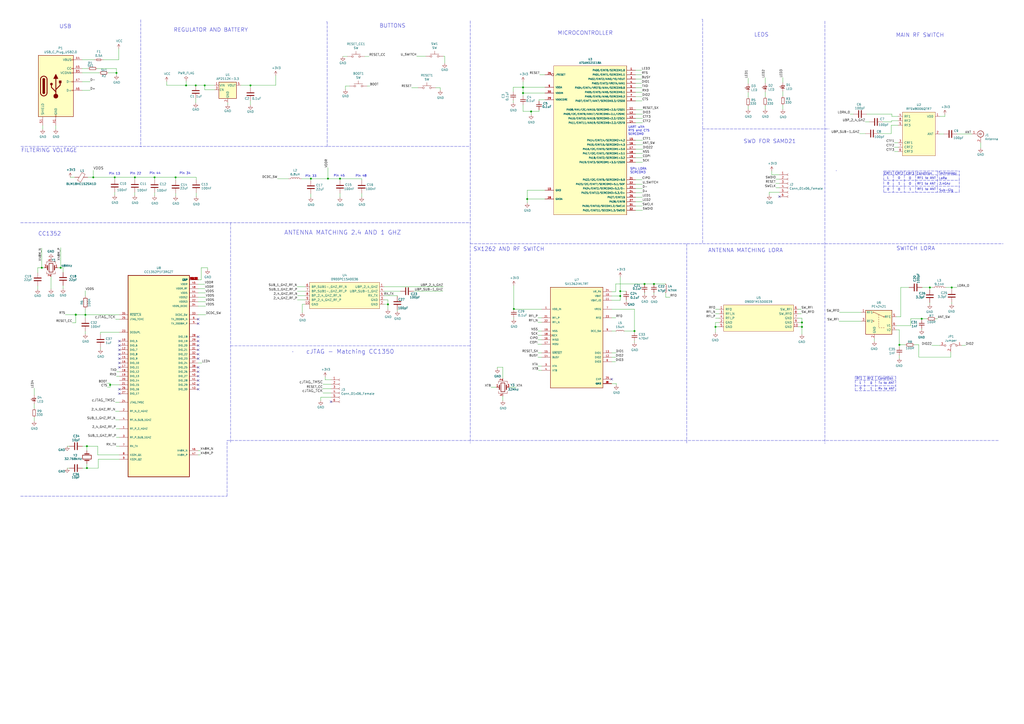
<source format=kicad_sch>
(kicad_sch (version 20211123) (generator eeschema)
  (paper "A2")
  (title_block (title "CatSniffer") (date "2021-04-11") (rev "2.0") (company "ElectronicCats") (comment 3 "Edgar Herrera") (comment 4 "Andres Sabas"))
  (junction (at 521.716 200.025))
  (junction (at 303.403 50.673))
  (junction (at 225.044 176.53))
  (junction (at 552.069 166.751))
  (junction (at 539.369 166.751))
  (junction (at 113.538 49.53))
  (junction (at 145.288 49.53))
  (junction (at 305.816 115.443))
  (junction (at 359.791 168.91))
  (junction (at 66.548 102.87))
  (junction (at 298.069 179.197))
  (junction (at 373.888 164.719))
  (junction (at 465.201 189.611))
  (junction (at 67.564 42.291))
  (junction (at 89.662 102.87))
  (junction (at 308.102 64.643))
  (junction (at 54.102 102.87))
  (junction (at 63.881 223.266))
  (junction (at 24.257 155.321))
  (junction (at 50.419 271.526))
  (junction (at 118.745 49.53))
  (junction (at 368.046 192.024))
  (junction (at 415.036 189.611))
  (junction (at 379.349 164.719))
  (junction (at 303.403 53.975))
  (junction (at 78.232 102.87))
  (junction (at 43.942 182.626))
  (junction (at 359.791 171.704))
  (junction (at 101.854 102.87))
  (junction (at 190.246 103.632))
  (junction (at 180.34 103.632))
  (junction (at 534.67 184.912))
  (junction (at 465.201 187.071))
  (junction (at 107.95 49.53))
  (junction (at 35.179 155.321))
  (junction (at 49.53 182.626))
  (junction (at 43.942 182.499))
  (junction (at 50.419 258.826))
  (junction (at 197.231 103.632))
  (no_connect (at 69.215 228.346))
  (no_connect (at 354.838 219.964))
  (no_connect (at 69.215 202.946))
  (no_connect (at 69.215 225.806))
  (no_connect (at 114.935 202.946))
  (no_connect (at 114.935 218.186))
  (no_connect (at 452.12 114.046))
  (no_connect (at 114.935 197.866))
  (no_connect (at 114.935 185.166))
  (no_connect (at 114.935 213.106))
  (no_connect (at 114.935 220.726))
  (no_connect (at 114.935 205.486))
  (no_connect (at 69.215 205.486))
  (no_connect (at 69.215 200.406))
  (no_connect (at 114.935 215.646))
  (no_connect (at 69.215 208.026))
  (no_connect (at 114.935 195.326))
  (no_connect (at 114.935 225.806))
  (no_connect (at 114.935 187.706))
  (no_connect (at 114.935 223.266))
  (no_connect (at 192.024 233.045))
  (no_connect (at 69.215 213.106))
  (no_connect (at 114.935 208.026))
  (no_connect (at 114.935 200.406))
  (no_connect (at 69.215 210.566))
  (no_connect (at 69.215 197.866))
  (wire (pts (xy 368.046 192.024) (xy 362.204 192.024)))
  (wire (pts (xy 198.882 32.766) (xy 201.422 32.766)))
  (wire (pts (xy 62.23 224.536) (xy 63.881 224.536)))
  (wire (pts (xy 462.915 179.451) (xy 464.82 179.451)))
  (wire (pts (xy 145.288 60.96) (xy 145.288 58.42)))
  (wire (pts (xy 119.126 169.926) (xy 114.935 169.926)))
  (wire (pts (xy 118.745 52.07) (xy 118.745 49.53)))
  (wire (pts (xy 537.718 184.912) (xy 534.67 184.912)))
  (wire (pts (xy 35.179 143.637) (xy 35.179 155.321)))
  (wire (pts (xy 520.954 67.564) (xy 517.398 67.564)))
  (wire (pts (xy 67.056 243.586) (xy 69.215 243.586)))
  (wire (pts (xy 58.293 192.786) (xy 58.293 193.929)))
  (wire (pts (xy 197.231 114.427) (xy 197.231 112.141)))
  (wire (pts (xy 354.838 204.724) (xy 357.251 204.724)))
  (wire (pts (xy 49.53 171.704) (xy 49.53 168.656)))
  (wire (pts (xy 19.812 225.171) (xy 19.812 229.235)))
  (polyline (pts (xy 11.938 129.159) (xy 272.796 129.159)))
  (wire (pts (xy 433.959 45.339) (xy 433.959 48.514)))
  (wire (pts (xy 454.152 44.958) (xy 454.152 47.879)))
  (wire (pts (xy 35.179 155.321) (xy 33.401 155.321)))
  (wire (pts (xy 305.816 117.729) (xy 305.816 115.443)))
  (wire (pts (xy 354.838 171.704) (xy 359.791 171.704)))
  (polyline (pts (xy 189.738 85.09) (xy 189.738 12.7)))
  (wire (pts (xy 101.854 104.521) (xy 101.854 102.87)))
  (wire (pts (xy 452.12 108.966) (xy 450.088 108.966)))
  (wire (pts (xy 447.675 101.346) (xy 447.675 99.187)))
  (wire (pts (xy 68.834 34.671) (xy 68.834 28.194)))
  (wire (pts (xy 415.036 187.071) (xy 415.036 189.611)))
  (polyline (pts (xy 543.814 99.187) (xy 543.814 111.506)))
  (polyline (pts (xy 496.062 226.695) (xy 519.557 226.695)))
  (wire (pts (xy 186.055 232.41) (xy 186.055 230.505)))
  (wire (pts (xy 69.215 192.786) (xy 58.293 192.786)))
  (wire (pts (xy 180.34 112.395) (xy 180.34 114.427)))
  (polyline (pts (xy 170.053 204.089) (xy 169.545 204.089)))
  (wire (pts (xy 190.246 97.282) (xy 190.246 103.632)))
  (polyline (pts (xy 501.523 218.313) (xy 501.523 226.695)))
  (wire (pts (xy 114.935 261.366) (xy 116.205 261.366)))
  (wire (pts (xy 372.618 106.807) (xy 368.681 106.807)))
  (wire (pts (xy 303.403 64.643) (xy 303.403 60.833)))
  (wire (pts (xy 57.023 271.526) (xy 57.023 266.446)))
  (wire (pts (xy 21.844 155.321) (xy 24.257 155.321)))
  (wire (pts (xy 354.838 207.264) (xy 357.124 207.264)))
  (wire (pts (xy 56.261 39.751) (xy 67.564 39.751)))
  (wire (pts (xy 372.237 43.307) (xy 368.681 43.307)))
  (wire (pts (xy 66.929 238.506) (xy 69.215 238.506)))
  (wire (pts (xy 417.195 184.531) (xy 415.036 184.531)))
  (wire (pts (xy 386.207 172.466) (xy 388.747 172.466)))
  (polyline (pts (xy 272.796 141.351) (xy 581.914 141.351)))
  (wire (pts (xy 101.854 102.87) (xy 89.662 102.87)))
  (wire (pts (xy 528.32 188.849) (xy 528.32 184.912)))
  (wire (pts (xy 187.198 225.425) (xy 192.024 225.425)))
  (wire (pts (xy 547.497 77.724) (xy 545.084 77.724)))
  (polyline (pts (xy 507.873 218.313) (xy 507.873 226.568)))
  (wire (pts (xy 175.387 176.53) (xy 175.387 181.356)))
  (wire (pts (xy 230.505 180.467) (xy 230.505 179.578)))
  (wire (pts (xy 200.406 49.911) (xy 202.819 49.911)))
  (wire (pts (xy 101.854 112.141) (xy 101.854 113.665)))
  (wire (pts (xy 368.046 197.739) (xy 368.046 198.628)))
  (wire (pts (xy 49.53 193.675) (xy 49.53 192.151)))
  (wire (pts (xy 222.758 171.45) (xy 230.505 171.45)))
  (wire (pts (xy 43.942 182.626) (xy 43.942 187.198)))
  (wire (pts (xy 66.548 102.87) (xy 78.232 102.87)))
  (wire (pts (xy 314.198 199.644) (xy 311.912 199.644)))
  (wire (pts (xy 56.642 258.826) (xy 50.419 258.826)))
  (wire (pts (xy 372.618 119.507) (xy 368.681 119.507)))
  (wire (pts (xy 56.642 263.906) (xy 56.642 258.826)))
  (wire (pts (xy 517.398 66.167) (xy 517.398 67.564)))
  (wire (pts (xy 379.349 164.719) (xy 386.207 164.719)))
  (wire (pts (xy 50.419 271.526) (xy 47.879 271.526)))
  (wire (pts (xy 552.069 166.751) (xy 552.069 167.767)))
  (wire (pts (xy 67.564 39.751) (xy 67.564 42.291)))
  (wire (pts (xy 354.838 184.404) (xy 357.251 184.404)))
  (polyline (pts (xy 11.938 287.782) (xy 131.699 287.782)))
  (wire (pts (xy 113.792 114.046) (xy 113.792 111.887)))
  (wire (pts (xy 59.817 34.671) (xy 68.834 34.671)))
  (wire (pts (xy 372.872 86.487) (xy 368.681 86.487)))
  (wire (pts (xy 119.253 172.466) (xy 114.935 172.466)))
  (wire (pts (xy 527.304 166.751) (xy 522.478 166.751)))
  (wire (pts (xy 119.253 177.546) (xy 114.935 177.546)))
  (wire (pts (xy 186.055 230.505) (xy 192.024 230.505)))
  (wire (pts (xy 372.745 68.707) (xy 368.681 68.707)))
  (wire (pts (xy 177.038 168.91) (xy 172.466 168.91)))
  (wire (pts (xy 303.403 50.673) (xy 316.103 50.673)))
  (wire (pts (xy 354.838 174.244) (xy 359.791 174.244)))
  (polyline (pts (xy 12.065 84.963) (xy 272.796 84.963)))
  (wire (pts (xy 314.198 207.264) (xy 312.039 207.264)))
  (wire (pts (xy 50.419 258.826) (xy 47.879 258.826)))
  (polyline (pts (xy 133.731 129.159) (xy 133.731 256.921)))
  (wire (pts (xy 462.915 184.531) (xy 465.201 184.531)))
  (wire (pts (xy 552.069 166.751) (xy 555.117 166.751)))
  (wire (pts (xy 67.564 42.291) (xy 67.564 43.434)))
  (polyline (pts (xy 512.699 104.648) (xy 556.641 104.648)))
  (wire (pts (xy 288.544 212.979) (xy 291.719 212.979)))
  (wire (pts (xy 241.681 32.639) (xy 247.015 32.639)))
  (wire (pts (xy 52.324 47.371) (xy 47.625 47.371)))
  (wire (pts (xy 305.816 110.363) (xy 316.103 110.363)))
  (wire (pts (xy 354.838 169.164) (xy 357.124 169.164)))
  (wire (pts (xy 372.745 89.027) (xy 368.681 89.027)))
  (polyline (pts (xy 518.16 99.187) (xy 518.16 111.506)))
  (wire (pts (xy 373.888 164.719) (xy 379.349 164.719)))
  (wire (pts (xy 415.036 189.611) (xy 415.036 192.913)))
  (wire (pts (xy 372.745 81.407) (xy 368.681 81.407)))
  (polyline (pts (xy 478.536 12.192) (xy 478.536 257.302)))
  (wire (pts (xy 24.257 155.321) (xy 24.257 143.891)))
  (wire (pts (xy 372.237 45.847) (xy 368.681 45.847)))
  (wire (pts (xy 519.938 188.849) (xy 528.32 188.849)))
  (wire (pts (xy 521.716 201.168) (xy 521.716 200.025)))
  (polyline (pts (xy 512.699 101.473) (xy 556.514 101.473)))
  (wire (pts (xy 63.881 224.536) (xy 63.881 223.266)))
  (wire (pts (xy 89.662 104.14) (xy 89.662 102.87)))
  (wire (pts (xy 107.95 46.99) (xy 107.95 49.53)))
  (wire (pts (xy 454.152 52.959) (xy 454.152 55.88)))
  (wire (pts (xy 291.719 212.979) (xy 291.719 219.583)))
  (wire (pts (xy 509.651 77.47) (xy 517.017 77.47)))
  (wire (pts (xy 297.688 59.563) (xy 297.688 58.293)))
  (wire (pts (xy 517.017 77.47) (xy 517.017 72.644)))
  (wire (pts (xy 511.937 70.739) (xy 517.144 70.739)))
  (wire (pts (xy 417.195 181.991) (xy 415.036 181.991)))
  (wire (pts (xy 197.231 103.632) (xy 209.804 103.632)))
  (wire (pts (xy 118.745 164.846) (xy 114.935 164.846)))
  (wire (pts (xy 486.664 186.309) (xy 499.618 186.309)))
  (wire (pts (xy 314.198 192.024) (xy 312.039 192.024)))
  (wire (pts (xy 89.662 102.87) (xy 78.232 102.87)))
  (wire (pts (xy 54.102 102.87) (xy 66.548 102.87)))
  (wire (pts (xy 114.935 175.006) (xy 119.253 175.006)))
  (wire (pts (xy 118.745 49.53) (xy 124.46 49.53)))
  (wire (pts (xy 113.538 59.69) (xy 113.538 57.15)))
  (wire (pts (xy 160.909 103.632) (xy 167.386 103.632)))
  (polyline (pts (xy 496.062 218.313) (xy 519.557 218.313)))
  (wire (pts (xy 190.246 103.632) (xy 197.231 103.632)))
  (wire (pts (xy 541.02 166.751) (xy 539.369 166.751)))
  (wire (pts (xy 41.91 187.198) (xy 43.942 187.198)))
  (wire (pts (xy 452.12 106.426) (xy 449.961 106.426)))
  (wire (pts (xy 452.12 103.886) (xy 450.088 103.886)))
  (wire (pts (xy 24.765 74.93) (xy 24.765 72.771)))
  (wire (pts (xy 354.838 179.324) (xy 368.046 179.324)))
  (wire (pts (xy 299.466 224.663) (xy 295.529 224.663)))
  (wire (pts (xy 313.055 43.307) (xy 316.103 43.307)))
  (wire (pts (xy 21.844 165.862) (xy 21.844 167.767)))
  (wire (pts (xy 187.325 227.965) (xy 192.024 227.965)))
  (wire (pts (xy 568.833 85.852) (xy 568.833 82.804)))
  (wire (pts (xy 192.024 220.345) (xy 188.595 220.345)))
  (wire (pts (xy 67.564 218.186) (xy 69.215 218.186)))
  (wire (pts (xy 113.792 102.87) (xy 101.854 102.87)))
  (wire (pts (xy 551.561 204.216) (xy 551.561 207.137)))
  (polyline (pts (xy 407.543 140.97) (xy 407.543 11.176)))
  (wire (pts (xy 359.791 171.704) (xy 359.791 168.91)))
  (polyline (pts (xy 556.514 111.506) (xy 556.514 99.187)))
  (wire (pts (xy 298.069 184.277) (xy 298.069 185.039)))
  (wire (pts (xy 519.938 183.769) (xy 522.478 183.769)))
  (wire (pts (xy 462.915 187.071) (xy 465.201 187.071)))
  (wire (pts (xy 372.491 53.467) (xy 368.681 53.467)))
  (wire (pts (xy 520.954 85.344) (xy 518.795 85.344)))
  (wire (pts (xy 443.865 48.26) (xy 443.865 45.085)))
  (wire (pts (xy 49.53 182.626) (xy 49.53 184.531)))
  (wire (pts (xy 225.044 173.99) (xy 225.044 176.53)))
  (wire (pts (xy 555.117 77.724) (xy 563.753 77.724)))
  (wire (pts (xy 312.039 212.344) (xy 314.198 212.344)))
  (wire (pts (xy 372.745 63.627) (xy 368.681 63.627)))
  (wire (pts (xy 462.915 181.991) (xy 464.82 181.991)))
  (wire (pts (xy 372.745 91.567) (xy 368.681 91.567)))
  (wire (pts (xy 225.044 176.53) (xy 225.044 179.451)))
  (wire (pts (xy 145.288 50.8) (xy 145.288 49.53)))
  (wire (pts (xy 433.959 63.246) (xy 433.959 61.595)))
  (wire (pts (xy 417.195 187.071) (xy 415.036 187.071)))
  (wire (pts (xy 314.198 194.564) (xy 312.039 194.564)))
  (wire (pts (xy 47.625 42.291) (xy 57.658 42.291)))
  (wire (pts (xy 372.618 114.427) (xy 368.681 114.427)))
  (wire (pts (xy 557.911 200.406) (xy 560.197 200.406)))
  (wire (pts (xy 372.491 56.007) (xy 368.681 56.007)))
  (wire (pts (xy 222.758 168.91) (xy 232.283 168.91)))
  (wire (pts (xy 116.713 162.306) (xy 116.713 155.321)))
  (wire (pts (xy 67.31 248.666) (xy 69.215 248.666)))
  (wire (pts (xy 452.12 101.346) (xy 447.675 101.346)))
  (wire (pts (xy 368.046 192.024) (xy 368.046 192.659)))
  (wire (pts (xy 417.195 189.611) (xy 415.036 189.611)))
  (wire (pts (xy 36.576 155.321) (xy 35.179 155.321)))
  (wire (pts (xy 145.288 49.53) (xy 159.893 49.53)))
  (wire (pts (xy 354.838 209.804) (xy 357.124 209.804)))
  (wire (pts (xy 373.888 169.799) (xy 373.888 170.561)))
  (polyline (pts (xy 519.557 218.313) (xy 519.557 226.695)))
  (wire (pts (xy 433.959 56.515) (xy 433.959 53.594)))
  (wire (pts (xy 507.238 196.469) (xy 507.238 197.993)))
  (wire (pts (xy 118.872 167.386) (xy 114.935 167.386)))
  (wire (pts (xy 19.812 244.221) (xy 19.812 242.062)))
  (wire (pts (xy 519.938 191.389) (xy 521.716 191.389)))
  (wire (pts (xy 520.954 72.644) (xy 517.017 72.644)))
  (wire (pts (xy 314.198 184.404) (xy 312.039 184.404)))
  (wire (pts (xy 36.576 165.608) (xy 36.576 167.513)))
  (wire (pts (xy 517.144 70.739) (xy 517.144 70.104)))
  (wire (pts (xy 308.102 64.643) (xy 308.102 66.548)))
  (polyline (pts (xy 272.796 12.065) (xy 272.796 257.048)))
  (wire (pts (xy 50.419 271.526) (xy 50.419 268.986)))
  (wire (pts (xy 297.688 50.673) (xy 303.403 50.673)))
  (wire (pts (xy 57.023 266.446) (xy 69.215 266.446)))
  (wire (pts (xy 540.512 200.406) (xy 545.211 200.406)))
  (wire (pts (xy 222.758 166.37) (xy 257.048 166.37)))
  (polyline (pts (xy 81.661 85.09) (xy 81.915 85.09)))
  (wire (pts (xy 113.538 49.53) (xy 118.745 49.53)))
  (polyline (pts (xy 133.731 200.66) (xy 272.796 200.66)))
  (wire (pts (xy 66.548 102.87) (xy 66.548 103.886)))
  (wire (pts (xy 305.816 115.443) (xy 305.816 110.363)))
  (wire (pts (xy 502.666 66.167) (xy 517.398 66.167)))
  (wire (pts (xy 114.935 162.306) (xy 116.713 162.306)))
  (wire (pts (xy 543.941 184.912) (xy 542.798 184.912)))
  (wire (pts (xy 372.491 104.267) (xy 368.681 104.267)))
  (wire (pts (xy 180.34 103.632) (xy 190.246 103.632)))
  (wire (pts (xy 43.307 102.87) (xy 40.767 102.87)))
  (wire (pts (xy 298.069 179.197) (xy 298.069 165.608)))
  (wire (pts (xy 113.792 102.87) (xy 113.792 104.267)))
  (wire (pts (xy 62.23 222.25) (xy 63.881 222.25)))
  (wire (pts (xy 67.056 185.166) (xy 69.215 185.166)))
  (wire (pts (xy 372.618 111.887) (xy 368.681 111.887)))
  (polyline (pts (xy 407.543 74.803) (xy 480.949 74.803)))
  (wire (pts (xy 107.95 49.53) (xy 113.538 49.53)))
  (wire (pts (xy 291.719 232.41) (xy 291.719 229.743)))
  (polyline (pts (xy 496.189 223.774) (xy 519.557 223.774)))
  (polyline (pts (xy 131.699 287.782) (xy 131.699 255.524)))
  (polyline (pts (xy 512.699 111.506) (xy 556.514 111.506)))
  (wire (pts (xy 239.903 168.91) (xy 256.921 168.91)))
  (wire (pts (xy 372.745 122.047) (xy 368.681 122.047)))
  (wire (pts (xy 132.08 59.69) (xy 132.08 60.579)))
  (wire (pts (xy 21.844 158.242) (xy 21.844 155.321)))
  (wire (pts (xy 96.647 49.53) (xy 107.95 49.53)))
  (wire (pts (xy 486.918 181.229) (xy 499.618 181.229)))
  (wire (pts (xy 548.64 166.751) (xy 552.069 166.751)))
  (wire (pts (xy 188.595 220.345) (xy 188.595 218.694)))
  (wire (pts (xy 443.865 56.261) (xy 443.865 53.34)))
  (wire (pts (xy 78.232 102.87) (xy 78.232 104.013)))
  (wire (pts (xy 372.745 94.107) (xy 368.681 94.107)))
  (wire (pts (xy 288.544 213.868) (xy 288.544 212.979)))
  (wire (pts (xy 548.132 67.564) (xy 548.132 66.421)))
  (wire (pts (xy 372.491 58.547) (xy 368.681 58.547)))
  (wire (pts (xy 521.716 191.389) (xy 521.716 200.025)))
  (wire (pts (xy 517.144 70.104) (xy 520.954 70.104)))
  (wire (pts (xy 372.618 109.347) (xy 368.681 109.347)))
  (wire (pts (xy 528.32 184.912) (xy 534.67 184.912)))
  (polyline (pts (xy 131.699 255.524) (xy 579.247 255.524)))
  (wire (pts (xy 372.618 116.967) (xy 368.681 116.967)))
  (wire (pts (xy 69.215 258.826) (xy 67.437 258.826)))
  (polyline (pts (xy 407.543 11.176) (xy 407.162 11.176)))
  (polyline (pts (xy 496.062 226.695) (xy 496.062 218.313)))
  (wire (pts (xy 518.795 87.884) (xy 520.954 87.884)))
  (wire (pts (xy 303.403 55.753) (xy 303.403 53.975)))
  (wire (pts (xy 303.403 53.975) (xy 316.103 53.975)))
  (wire (pts (xy 177.038 176.53) (xy 175.387 176.53)))
  (wire (pts (xy 368.046 179.324) (xy 368.046 192.024)))
  (wire (pts (xy 66.548 113.157) (xy 66.548 111.506)))
  (wire (pts (xy 209.804 103.632) (xy 209.804 104.521)))
  (wire (pts (xy 67.437 253.746) (xy 69.215 253.746)))
  (wire (pts (xy 50.927 102.87) (xy 54.102 102.87)))
  (wire (pts (xy 417.195 179.451) (xy 415.036 179.451)))
  (wire (pts (xy 200.406 51.943) (xy 200.406 49.911)))
  (wire (pts (xy 465.201 187.071) (xy 465.201 189.611)))
  (wire (pts (xy 534.67 184.912) (xy 534.67 185.547)))
  (wire (pts (xy 533.019 200.025) (xy 530.352 200.025)))
  (wire (pts (xy 284.861 224.663) (xy 287.909 224.663)))
  (wire (pts (xy 117.094 210.566) (xy 114.935 210.566)))
  (wire (pts (xy 257.937 36.703) (xy 257.937 32.639)))
  (wire (pts (xy 32.385 74.93) (xy 32.385 72.771)))
  (wire (pts (xy 372.237 40.767) (xy 368.681 40.767)))
  (wire (pts (xy 312.674 63.754) (xy 312.674 64.643)))
  (wire (pts (xy 465.201 184.531) (xy 465.201 187.071)))
  (wire (pts (xy 40.259 271.526) (xy 38.989 271.526)))
  (wire (pts (xy 230.505 171.45) (xy 230.505 171.958)))
  (wire (pts (xy 67.691 215.646) (xy 69.215 215.646)))
  (wire (pts (xy 40.259 258.826) (xy 38.989 258.826)))
  (wire (pts (xy 357.124 169.164) (xy 357.124 164.719)))
  (polyline (pts (xy 531.114 99.187) (xy 531.114 111.506)))
  (wire (pts (xy 177.038 171.45) (xy 172.593 171.45)))
  (polyline (pts (xy 485.14 98.806) (xy 485.14 99.187)))
  (wire (pts (xy 257.937 32.639) (xy 257.175 32.639)))
  (wire (pts (xy 316.103 115.443) (xy 305.816 115.443)))
  (wire (pts (xy 177.038 173.99) (xy 172.466 173.99)))
  (wire (pts (xy 69.215 263.906) (xy 56.642 263.906)))
  (wire (pts (xy 372.364 50.927) (xy 368.681 50.927)))
  (wire (pts (xy 363.22 168.91) (xy 359.791 168.91)))
  (polyline (pts (xy 398.399 141.351) (xy 398.399 257.048)))
  (wire (pts (xy 192.024 222.885) (xy 187.325 222.885)))
  (wire (pts (xy 69.215 182.626) (xy 49.53 182.626)))
  (wire (pts (xy 209.804 114.3) (xy 209.804 112.141)))
  (wire (pts (xy 372.745 66.167) (xy 368.681 66.167)))
  (wire (pts (xy 314.198 204.724) (xy 312.166 204.724)))
  (wire (pts (xy 354.838 222.504) (xy 357.505 222.504)))
  (wire (pts (xy 372.745 83.947) (xy 368.681 83.947)))
  (wire (pts (xy 452.12 111.506) (xy 446.278 111.506)))
  (wire (pts (xy 238.76 50.927) (xy 242.57 50.927)))
  (wire (pts (xy 521.716 200.025) (xy 525.272 200.025)))
  (wire (pts (xy 298.069 179.324) (xy 314.198 179.324)))
  (wire (pts (xy 368.681 48.387) (xy 372.237 48.387)))
  (wire (pts (xy 211.582 32.766) (xy 214.122 32.766)))
  (wire (pts (xy 119.38 182.626) (xy 114.935 182.626)))
  (wire (pts (xy 533.019 207.137) (xy 533.019 200.025)))
  (wire (pts (xy 520.954 82.804) (xy 518.795 82.804)))
  (wire (pts (xy 298.069 179.324) (xy 298.069 179.197)))
  (wire (pts (xy 552.069 176.276) (xy 552.069 175.387)))
  (wire (pts (xy 252.73 50.927) (xy 255.397 50.927)))
  (wire (pts (xy 180.34 104.775) (xy 180.34 103.632)))
  (wire (pts (xy 539.369 168.021) (xy 539.369 166.751)))
  (wire (pts (xy 25.781 155.321) (xy 24.257 155.321)))
  (wire (pts (xy 357.505 222.504) (xy 357.505 223.393)))
  (polyline (pts (xy 512.699 107.95) (xy 556.514 107.95)))
  (wire (pts (xy 504.317 70.739) (xy 501.904 70.739)))
  (wire (pts (xy 539.369 176.53) (xy 539.369 175.641)))
  (wire (pts (xy 495.046 66.167) (xy 493.141 66.167)))
  (wire (pts (xy 177.038 166.37) (xy 172.339 166.37)))
  (wire (pts (xy 89.662 113.538) (xy 89.662 111.76)))
  (wire (pts (xy 363.22 173.99) (xy 363.22 174.625)))
  (wire (pts (xy 303.403 47.371) (xy 303.403 50.673)))
  (wire (pts (xy 96.647 47.244) (xy 96.647 49.53)))
  (wire (pts (xy 308.102 64.643) (xy 303.403 64.643)))
  (wire (pts (xy 551.561 207.137) (xy 533.019 207.137)))
  (wire (pts (xy 454.152 63.5) (xy 454.152 60.96)))
  (wire (pts (xy 43.942 182.626) (xy 43.942 182.499)))
  (wire (pts (xy 116.713 155.321) (xy 120.396 155.321)))
  (wire (pts (xy 539.369 166.751) (xy 534.924 166.751)))
  (wire (pts (xy 197.231 104.521) (xy 197.231 103.632)))
  (wire (pts (xy 498.602 77.47) (xy 502.031 77.47)))
  (polyline (pts (xy 524.637 99.187) (xy 524.637 111.506)))
  (polyline (pts (xy 496.062 220.472) (xy 519.557 220.472)))
  (wire (pts (xy 316.103 57.785) (xy 312.674 57.785)))
  (wire (pts (xy 78.232 113.284) (xy 78.232 111.633)))
  (wire (pts (xy 521.716 206.248) (xy 521.716 207.772)))
  (wire (pts (xy 36.576 157.988) (xy 36.576 155.321)))
  (wire (pts (xy 465.201 189.611) (xy 465.201 193.929)))
  (wire (pts (xy 443.865 63.246) (xy 443.865 61.341)))
  (wire (pts (xy 159.893 49.53) (xy 159.893 43.815)))
  (wire (pts (xy 50.419 271.526) (xy 57.023 271.526)))
  (polyline (pts (xy 512.699 99.187) (xy 556.514 99.187)))
  (wire (pts (xy 52.324 52.451) (xy 47.625 52.451)))
  (wire (pts (xy 124.46 52.07) (xy 118.745 52.07)))
  (wire (pts (xy 37.846 182.499) (xy 43.942 182.499)))
  (wire (pts (xy 314.198 186.944) (xy 312.039 186.944)))
  (wire (pts (xy 50.419 258.826) (xy 50.419 261.366)))
  (wire (pts (xy 312.293 214.884) (xy 314.198 214.884)))
  (wire (pts (xy 314.198 197.104) (xy 312.039 197.104)))
  (wire (pts (xy 545.084 67.564) (xy 548.132 67.564)))
  (wire (pts (xy 116.205 263.906) (xy 114.935 263.906)))
  (wire (pts (xy 379.349 169.799) (xy 379.349 170.688)))
  (wire (pts (xy 297.688 50.673) (xy 297.688 53.213)))
  (polyline (pts (xy 512.699 111.506) (xy 512.699 99.187)))
  (wire (pts (xy 63.881 223.266) (xy 69.215 223.266)))
  (polyline (pts (xy 189.738 12.7) (xy 189.357 12.7)))
  (wire (pts (xy 359.791 168.91) (xy 359.791 160.655)))
  (wire (pts (xy 58.293 202.438) (xy 58.293 201.549)))
  (wire (pts (xy 303.403 53.975) (xy 303.403 50.673)))
  (wire (pts (xy 19.812 234.315) (xy 19.812 236.982)))
  (wire (pts (xy 359.791 174.244) (xy 359.791 171.704)))
  (wire (pts (xy 62.738 42.291) (xy 67.564 42.291)))
  (wire (pts (xy 47.625 39.751) (xy 51.181 39.751)))
  (wire (pts (xy 372.745 71.247) (xy 368.681 71.247)))
  (wire (pts (xy 120.396 155.321) (xy 120.396 156.337)))
  (wire (pts (xy 312.674 64.643) (xy 308.102 64.643)))
  (wire (pts (xy 29.591 167.64) (xy 29.591 160.401)))
  (polyline (pts (xy 81.661 11.43) (xy 81.661 85.09)))
  (wire (pts (xy 357.124 164.719) (xy 373.888 164.719)))
  (wire (pts (xy 222.758 176.53) (xy 225.044 176.53)))
  (wire (pts (xy 43.942 182.626) (xy 49.53 182.626)))
  (wire (pts (xy 255.397 50.927) (xy 255.397 52.324)))
  (wire (pts (xy 446.278 111.506) (xy 446.278 113.157)))
  (wire (pts (xy 222.758 173.99) (xy 225.044 173.99)))
  (wire (pts (xy 386.207 169.799) (xy 386.207 172.466)))
  (wire (pts (xy 354.838 192.024) (xy 357.124 192.024)))
  (wire (pts (xy 534.67 191.262) (xy 534.67 190.627)))
  (wire (pts (xy 462.915 189.611) (xy 465.201 189.611)))
  (wire (pts (xy 139.7 49.53) (xy 145.288 49.53)))
  (polyline (pts (xy 298.704 142.367) (xy 298.704 142.621)))
  (wire (pts (xy 66.929 233.426) (xy 69.215 233.426)))
  (wire (pts (xy 312.674 57.785) (xy 312.674 58.674)))
  (wire (pts (xy 63.881 222.25) (xy 63.881 223.266)))
  (wire (pts (xy 54.102 98.806) (xy 54.102 102.87)))
  (wire (pts (xy 47.625 34.671) (xy 54.737 34.671)))
  (wire (pts (xy 214.503 49.911) (xy 212.979 49.911)))
  (wire (pts (xy 175.006 103.632) (xy 180.34 103.632)))
  (wire (pts (xy 522.478 166.751) (xy 522.478 183.769)))
  (wire (pts (xy 49.53 179.324) (xy 49.53 182.626)))
  (text "RF1 to ANT" (at 532.003 110.617 0) (effects (font (size 1.27 1.27)) (justify left bottom)))
  (text "cJTAG - Matching CC1350" (at 177.546 205.613 0) (effects (font (size 2.5146 2.5146)) (justify left bottom)))
  (text "Rx to ANT" (at 509.397 226.314 0) (effects (font (size 1.27 1.27)) (justify left bottom)))
  (text "Pin 48\n" (at 206.121 102.87 0) (effects (font (size 1.27 1.27)) (justify left bottom)))
  (text "Pin 33\n" (at 177.038 102.997 0) (effects (font (size 1.27 1.27)) (justify left bottom)))
  (text "2.4Ghz" (at 544.703 107.442 0) (effects (font (size 1.27 1.27)) (justify left bottom)))
  (text "0" (at 504.698 223.139 0) (effects (font (size 1.27 1.27)) (justify left bottom)))
  (text "CRF2" (at 519.049 101.473 0) (effects (font (size 1.27 1.27)) (justify left bottom)))
  (text "REGULATOR AND BATTERY" (at 100.711 18.796 0) (effects (font (size 2.2606 2.2606)) (justify left bottom)))
  (text "SWD FOR SAMD21" (at 431.292 83.439 0) (effects (font (size 2.2606 2.2606)) (justify left bottom)))
  (text "ANTENNA MATCHING LORA" (at 454.152 146.685 180) (effects (font (size 2.2606 2.2606)) (justify right bottom)))
  (text "RF1" (at 496.57 220.345 0) (effects (font (size 1.27 1.27)) (justify left bottom)))
  (text "1" (at 527.304 110.617 0) (effects (font (size 1.27 1.27)) (justify left bottom)))
  (text "0" (at 498.475 226.187 0) (effects (font (size 1.27 1.27)) (justify left bottom)))
  (text "SWITCH LORA" (at 542.417 145.542 180) (effects (font (size 2.2606 2.2606)) (justify right bottom)))
  (text "ANTENNA MATCHING 2.4 AND 1 GHZ" (at 164.846 136.525 0) (effects (font (size 2.5146 2.5146)) (justify left bottom)))
  (text "Pin 34\n" (at 104.013 101.346 0) (effects (font (size 1.27 1.27)) (justify left bottom)))
  (text "1" (at 498.348 223.012 0) (effects (font (size 1.27 1.27)) (justify left bottom)))
  (text "UART with\nRTS and CTS\nSERCOM0" (at 364.363 78.613 0) (effects (font (size 1.27 1.27)) (justify left bottom)))
  (text "Pin 45\n" (at 193.421 102.743 0) (effects (font (size 1.27 1.27)) (justify left bottom)))
  (text "0" (at 514.477 107.315 0) (effects (font (size 1.27 1.27)) (justify left bottom)))
  (text "CRF1" (at 512.699 101.473 0) (effects (font (size 1.27 1.27)) (justify left bottom)))
  (text "FILTERING VOLTAGE" (at 12.192 88.646 0) (effects (font (size 2.2606 2.2606)) (justify left bottom)))
  (text "Condition" (at 509.143 220.345 0) (effects (font (size 1.27 1.27)) (justify left bottom)))
  (text "Pin 44" (at 86.614 101.346 0) (effects (font (size 1.27 1.27)) (justify left bottom)))
  (text "Technology" (at 544.322 101.346 0) (effects (font (size 1.27 1.27)) (justify left bottom)))
  (text "0" (at 520.827 110.744 0) (effects (font (size 1.27 1.27)) (justify left bottom)))
  (text "Condition" (at 531.622 101.473 0) (effects (font (size 1.27 1.27)) (justify left bottom)))
  (text "Pin 22\n" (at 75.311 101.473 0) (effects (font (size 1.27 1.27)) (justify left bottom)))
  (text "Tx to ANT" (at 509.524 223.012 0) (effects (font (size 1.27 1.27)) (justify left bottom)))
  (text "MAIN RF SWITCH" (at 519.684 21.844 0) (effects (font (size 2.2606 2.2606)) (justify left bottom)))
  (text "RF1 to ANT" (at 531.876 107.442 0) (effects (font (size 1.27 1.27)) (justify left bottom)))
  (text "BUTTONS\n" (at 220.091 16.383 0) (effects (font (size 2.2606 2.2606)) (justify left bottom)))
  (text "Pin 13\n" (at 63.119 101.6 0) (effects (font (size 1.27 1.27)) (justify left bottom)))
  (text "1" (at 504.698 226.314 0) (effects (font (size 1.27 1.27)) (justify left bottom)))
  (text "SPI: LORA\nSERCOM3" (at 365.506 100.838 0) (effects (font (size 1.27 1.27)) (justify left bottom)))
  (text "0" (at 527.177 107.442 0) (effects (font (size 1.27 1.27)) (justify left bottom)))
  (text "CC1352" (at 22.098 137.033 0) (effects (font (size 2.2606 2.2606)) (justify left bottom)))
  (text "0" (at 520.827 104.14 0) (effects (font (size 1.27 1.27)) (justify left bottom)))
  (text "LoRa" (at 544.576 104.267 0) (effects (font (size 1.27 1.27)) (justify left bottom)))
  (text "CRF3" (at 525.399 101.6 0) (effects (font (size 1.27 1.27)) (justify left bottom)))
  (text "1" (at 514.35 104.14 0) (effects (font (size 1.27 1.27)) (justify left bottom)))
  (text "Sub-Gig" (at 544.703 111.252 0) (effects (font (size 1.27 1.27)) (justify left bottom)))
  (text "MICROCONTROLLER" (at 323.469 20.574 0) (effects (font (size 2.2606 2.2606)) (justify left bottom)))
  (text "1" (at 520.954 107.315 0) (effects (font (size 1.27 1.27)) (justify left bottom)))
  (text "USB" (at 34.417 16.764 0) (effects (font (size 2.2606 2.2606)) (justify left bottom)))
  (text "SX1262 AND RF SWITCH\n" (at 274.574 145.923 0) (effects (font (size 2.2606 2.2606)) (justify left bottom)))
  (text "RF1 to ANT" (at 532.003 104.14 0) (effects (font (size 1.27 1.27)) (justify left bottom)))
  (text "LEDS" (at 437.388 21.59 0) (effects (font (size 2.2606 2.2606)) (justify left bottom)))
  (text "0" (at 514.477 110.744 0) (effects (font (size 1.27 1.27)) (justify left bottom)))
  (text "0" (at 527.177 104.267 0) (effects (font (size 1.27 1.27)) (justify left bottom)))
  (text "RF2" (at 502.92 220.472 0) (effects (font (size 1.27 1.27)) (justify left bottom)))
  (label "LED1" (at 433.959 45.339 90))
  (label "TXD" (at 67.691 215.646 180))
  (label "2_4_GHZ_RF_P" (at 172.466 173.99 180))
  (label "CTS" (at 62.23 224.536 180))
  (label "RXD" (at 67.564 218.186 180))
  (label "VDDS" (at 119.253 177.546 0))
  (label "D+" (at 52.324 52.451 0))
  (label "BOOT" (at 214.503 49.911 0))
  (label "RESET" (at 313.055 43.307 180))
  (label "ANT_SW" (at 543.941 184.912 0))
  (label "RESET_SX" (at 372.745 63.627 0))
  (label "RESET_CC" (at 41.91 187.198 180))
  (label "VDDR" (at 118.872 167.386 0))
  (label "SUB_1_GHZ_RF_N" (at 172.339 166.37 180))
  (label "cJTAG_TCK" (at 187.325 227.965 180) (effects (font (size 1.524 1.524))))
  (label "TXD" (at 372.364 50.927 0))
  (label "X48M_N" (at 116.205 261.366 0))
  (label "NSS" (at 312.039 192.024 180))
  (label "NSS" (at 372.745 89.027 0))
  (label "cJTAG_TMSC" (at 66.929 233.426 180) (effects (font (size 1.524 1.524))))
  (label "UBP_2_4_GHZ" (at 257.048 166.37 180))
  (label "COPI" (at 372.745 91.567 0))
  (label "U_SWITCH" (at 241.681 32.639 180))
  (label "UBP_2_4_GHZ" (at 501.904 70.739 180))
  (label "VDDR" (at 118.745 164.846 0))
  (label "CIPO" (at 372.491 104.267 0))
  (label "SW_RFO" (at 464.82 181.991 0))
  (label "SWCLK" (at 450.088 108.966 180))
  (label "cJTAG_TCK" (at 67.056 185.166 180) (effects (font (size 1.524 1.524))))
  (label "SCK" (at 372.745 94.107 0))
  (label "cJTAG_TMSC" (at 187.325 222.885 180) (effects (font (size 1.524 1.524))))
  (label "LED4" (at 19.812 225.171 90))
  (label "D-" (at 372.618 109.347 0))
  (label "RESET_SX" (at 312.166 204.724 180))
  (label "CTF1" (at 372.745 81.407 0))
  (label "SCK" (at 312.039 194.564 180))
  (label "XTB" (at 312.293 214.884 180))
  (label "RFO" (at 415.036 179.451 180))
  (label "SW_RFI" (at 486.664 186.309 180))
  (label "CTF2" (at 518.795 85.344 180))
  (label "LED4" (at 117.094 210.566 0))
  (label "RFO" (at 357.251 184.404 0))
  (label "ANT_SW" (at 372.745 83.947 0))
  (label "D-" (at 52.324 47.371 0))
  (label "VDDS" (at 54.102 98.806 0) (effects (font (size 1.524 1.524))))
  (label "X48M_P" (at 116.205 263.906 0))
  (label "RFO" (at 388.747 172.466 0))
  (label "VDDS" (at 49.53 168.656 0))
  (label "BUSY" (at 372.237 45.847 0))
  (label "2_4_GHZ_RF_N" (at 172.593 171.45 180))
  (label "SWDIO" (at 372.745 122.047 0))
  (label "SUB_1_GHZ_RF_N" (at 67.056 243.586 180))
  (label "XTA" (at 299.466 224.663 0))
  (label "2_4_GHZ_RF_N" (at 66.929 238.506 180))
  (label "DIO22" (at 372.872 86.487 0))
  (label "DCDC_SW" (at 160.909 103.632 180))
  (label "DIO1" (at 372.237 48.387 0))
  (label "U_SWITCH" (at 372.618 106.807 0))
  (label "SW_RFI" (at 464.82 179.451 0))
  (label "XTB" (at 284.861 224.663 180))
  (label "DIO2" (at 372.491 56.007 0))
  (label "DIO2" (at 357.124 207.264 0))
  (label "SWCLK" (at 372.618 119.507 0))
  (label "D+" (at 372.618 111.887 0))
  (label "RFI_P" (at 312.039 184.404 180))
  (label "SWDIO" (at 450.088 103.886 180))
  (label "RESET" (at 449.961 106.426 180))
  (label "SW_RFO" (at 486.918 181.229 180))
  (label "CTF3" (at 372.745 68.707 0))
  (label "RX_TX" (at 67.437 258.826 180))
  (label "X48M_N" (at 24.257 143.891 270))
  (label "CTS" (at 372.491 58.547 0))
  (label "RFI_P" (at 415.036 184.531 180))
  (label "RTS" (at 37.846 182.499 180))
  (label "XTA" (at 312.039 212.344 180))
  (label "DIO1" (at 357.251 204.724 0))
  (label "VDDS" (at 119.126 169.926 0))
  (label "CTF3" (at 518.795 87.884 180))
  (label "RESET_CC" (at 214.122 32.766 0))
  (label "DIO3" (at 357.124 209.804 0))
  (label "RESET" (at 238.76 50.927 180))
  (label "BOOT" (at 62.23 222.25 180))
  (label "RTS" (at 372.237 43.307 0))
  (label "CIPO" (at 312.039 197.104 180))
  (label "LED3" (at 372.237 40.767 0))
  (label "RFI_N" (at 312.039 186.944 180))
  (label "LORA_O" (at 555.117 166.751 0))
  (label "BUSY" (at 312.039 207.264 180))
  (label "UBP_SUB-1_GHZ" (at 498.602 77.47 180))
  (label "SUB_1_GHZ_RF_P" (at 172.466 168.91 180))
  (label "DIO2" (at 560.197 200.406 0))
  (label "2_4_GHZ_RF_P" (at 67.31 248.666 180))
  (label "VDDS" (at 119.253 172.466 0))
  (label "LORA_O" (at 493.141 66.167 180))
  (label "DIO3" (at 372.745 66.167 0))
  (label "SUB_1_GHZ_RF_P" (at 67.437 253.746 180))
  (label "LED2" (at 443.865 45.085 90))
  (label "COPI" (at 311.912 199.644 180))
  (label "RFI_N" (at 415.036 181.991 180))
  (label "VDDS" (at 119.253 175.006 0))
  (label "X48M_P" (at 35.179 143.637 270))
  (label "RESET_CC" (at 187.198 225.425 180))
  (label "LED2" (at 372.618 116.967 0))
  (label "VDDR" (at 190.246 97.282 90))
  (label "CTF2" (at 372.745 71.247 0))
  (label "LED1" (at 372.618 114.427 0))
  (label "DIO22" (at 540.512 200.406 180))
  (label "RXD" (at 372.491 53.467 0))
  (label "RX_TX" (at 228.473 171.45 180))
  (label "ANT" (at 559.816 77.724 0))
  (label "UBP_SUB-1_GHZ" (at 256.921 168.91 180))
  (label "LED3" (at 454.152 44.958 90))
  (label "CTF1" (at 518.795 82.804 180))
  (label "DCDC_SW" (at 119.38 182.626 0))
  (symbol (lib_id "CatSniffer-rescue:Crystal-Device-CatStick-rescue-CatSniffer-rescue") (at 50.419 265.176 270) (unit 1)
    (property "Reference" "Y2" (at 43.688 264.16 90))
    (property "Value" "32.768kHz" (at 42.418 266.192 90))
    (property "Footprint" "Crystal:Crystal_SMD_2012-2Pin_2.0x1.2mm" (effects hide))
    (property "LCSC#" "C97603" (effects hide))
    (property "manf#" "SC-20S,32.768kHz,20PPM,9pF" (effects hide))
    (property "provedor" "LCSC" (effects hide))
  )
  (symbol (lib_id "CatSniffer-rescue:C-Device-CatStick-rescue-CatSniffer-rescue") (at 44.069 258.826 270) (unit 1)
    (property "Reference" "C34" (at 42.291 252.984 90) (effects (justify left)))
    (property "Value" "10pF" (at 41.656 255.27 90) (effects (justify left)))
    (property "Footprint" "Capacitor_SMD:C_0603_1608Metric" (effects hide))
    (property "manf#" "CL10C100DB81PNC" (effects hide))
    (property "provedor" "LCSC" (effects hide))
    (property "LCSC#" "C472782" (effects hide))
  )
  (symbol (lib_id "CatSniffer-rescue:C-Device-CatStick-rescue-CatSniffer-rescue") (at 44.069 271.526 270) (unit 1)
    (property "Reference" "C36" (at 42.164 275.209 90) (effects (justify left)))
    (property "Value" "10pF" (at 41.529 276.86 90) (effects (justify left)))
    (property "Footprint" "Capacitor_SMD:C_0603_1608Metric" (effects hide))
    (property "manf#" "CL10C100DB81PNC" (effects hide))
    (property "provedor" "LCSC" (effects hide))
    (property "LCSC#" "C472782" (effects hide))
  )
  (symbol (lib_id "CatSniffer-rescue:GND-power-CatStick-rescue-CatSniffer-rescue") (at 38.989 258.826 0) (unit 1)
    (property "Reference" "#PWR051" (effects hide))
    (property "Value" "GND" (at 35.814 260.985 0))
  )
  (symbol (lib_id "CatSniffer-rescue:GND-power-CatStick-rescue-CatSniffer-rescue") (at 38.989 271.526 0) (unit 1)
    (property "Reference" "#PWR056" (effects hide))
    (property "Value" "GND" (at 35.814 273.431 0))
  )
  (symbol (lib_id "CatSniffer-rescue:Ferrite_Bead-Device-CatStick-rescue-CatSniffer-rescue") (at 47.117 102.87 270) (unit 1)
    (property "Reference" "L1" (at 47.752 99.06 90))
    (property "Value" "BLM18HE152SN1D " (at 47.117 106.68 90))
    (property "Footprint" "Inductor_SMD:L_0603_1608Metric" (effects hide))
    (property "Mouser#" "BLM18HE152SN1D " (effects hide))
    (property "manf#" "BLM18HE152SN1D " (effects hide))
    (property "provedor" "Mouser" (effects hide))
  )
  (symbol (lib_id "CatSniffer-rescue:C-Device-CatStick-rescue-CatSniffer-rescue") (at 113.538 53.34 180) (unit 1)
    (property "Reference" "C1" (at 112.903 55.88 0) (effects (justify left)))
    (property "Value" "1uF" (at 117.348 55.88 0) (effects (justify left)))
    (property "Footprint" "Capacitor_SMD:C_0603_1608Metric" (effects hide))
    (property "manf#" "0603F105M500NT" (effects hide))
    (property "provedor" "LCSC" (effects hide))
    (property "LCSC#" "C108343" (effects hide))
  )
  (symbol (lib_id "CatSniffer-rescue:C-Device-CatStick-rescue-CatSniffer-rescue") (at 145.288 54.61 180) (unit 1)
    (property "Reference" "C2" (at 144.653 57.15 0) (effects (justify left)))
    (property "Value" "0.1uF" (at 151.638 57.15 0) (effects (justify left)))
    (property "Footprint" "Capacitor_SMD:C_0603_1608Metric" (effects hide))
    (property "LCSC#" "C14663" (effects hide))
    (property "provedor" "LCSC" (effects hide))
    (property "manf#" "CC0603KRX7R9BB104" (effects hide))
  )
  (symbol (lib_id "CatSniffer-rescue:GND-power-CatStick-rescue-CatSniffer-rescue") (at 132.08 60.579 0) (unit 1)
    (property "Reference" "#PWR012" (effects hide))
    (property "Value" "GND" (at 132.08 64.389 0))
  )
  (symbol (lib_id "CatSniffer-rescue:GND-power-CatStick-rescue-CatSniffer-rescue") (at 113.538 59.69 0) (unit 1)
    (property "Reference" "#PWR011" (effects hide))
    (property "Value" "GND" (at 113.538 63.5 0))
  )
  (symbol (lib_id "CatSniffer-rescue:GND-power-CatStick-rescue-CatSniffer-rescue") (at 145.288 60.96 0) (unit 1)
    (property "Reference" "#PWR013" (effects hide))
    (property "Value" "GND" (at 145.288 64.77 0))
  )
  (symbol (lib_id "CatSniffer-rescue:GND-power-CatStick-rescue-CatSniffer-rescue") (at 198.882 32.766 0) (unit 1)
    (property "Reference" "#PWR02" (effects hide))
    (property "Value" "GND" (at 198.882 36.576 0))
  )
  (symbol (lib_id "CatSniffer-rescue:PWR_FLAG-power-CatStick-rescue-CatSniffer-rescue") (at 107.95 46.99 0) (unit 1)
    (property "Reference" "#FLG01" (effects hide))
    (property "Value" "PWR_FLAG" (at 107.95 42.418 0))
  )
  (symbol (lib_id "CatSniffer-rescue:GND-power-CatStick-rescue-CatSniffer-rescue") (at 568.833 85.852 0) (unit 1)
    (property "Reference" "#PWR020" (effects hide))
    (property "Value" "GND" (at 568.833 89.662 0))
  )
  (symbol (lib_id "CatSniffer-rescue:C-Device-CatStick-rescue-CatSniffer-rescue") (at 66.548 107.696 0) (unit 1)
    (property "Reference" "C10" (at 69.469 106.5276 0) (effects (justify left)))
    (property "Value" "100nF" (at 67.818 110.236 0) (effects (justify left)))
    (property "Footprint" "Capacitor_SMD:C_0402_1005Metric" (effects hide))
    (property "LCSC#" "C162179" (effects hide))
    (property "provedor" "LCSC" (effects hide))
    (property "manf#" "GRM155R62A104ME14D" (effects hide))
    (property "Mouser#" "81-GRM155R61H104KE9D " (effects hide))
  )
  (symbol (lib_id "CatSniffer-rescue:GND-power-CatStick-rescue-CatSniffer-rescue") (at 66.548 113.157 0) (unit 1)
    (property "Reference" "#PWR023" (effects hide))
    (property "Value" "GND" (at 66.675 117.5512 0))
  )
  (symbol (lib_id "CatSniffer-rescue:C-Device-CatStick-rescue-CatSniffer-rescue") (at 78.232 107.823 0) (unit 1)
    (property "Reference" "C11" (at 81.153 106.6546 0) (effects (justify left)))
    (property "Value" "100nF" (at 79.502 110.363 0) (effects (justify left)))
    (property "Footprint" "Capacitor_SMD:C_0402_1005Metric" (effects hide))
    (property "LCSC#" "C162179" (effects hide))
    (property "provedor" "LCSC" (effects hide))
    (property "manf#" "GRM155R62A104ME14D" (effects hide))
    (property "Mouser#" "81-GRM155R61H104KE9D " (effects hide))
  )
  (symbol (lib_id "CatSniffer-rescue:C-Device-CatStick-rescue-CatSniffer-rescue") (at 89.662 107.95 0) (unit 1)
    (property "Reference" "C12" (at 92.583 106.7816 0) (effects (justify left)))
    (property "Value" "100nF" (at 90.932 110.49 0) (effects (justify left)))
    (property "Footprint" "Capacitor_SMD:C_0402_1005Metric" (effects hide))
    (property "LCSC#" "C162179" (effects hide))
    (property "provedor" "LCSC" (effects hide))
    (property "manf#" "GRM155R62A104ME14D" (effects hide))
    (property "Mouser#" "81-GRM155R61H104KE9D " (effects hide))
  )
  (symbol (lib_id "CatSniffer-rescue:C-Device-CatStick-rescue-CatSniffer-rescue") (at 101.854 108.331 0) (unit 1)
    (property "Reference" "C14" (at 104.775 107.1626 0) (effects (justify left)))
    (property "Value" "22uF" (at 104.394 109.22 0) (effects (justify left)))
    (property "Footprint" "Capacitor_SMD:C_0603_1608Metric" (effects hide))
    (property "LCSC#" "C109447" (effects hide))
    (property "manf#" "CC0603MRX5R6BB226" (effects hide))
    (property "provedor" "LCSC" (effects hide))
  )
  (symbol (lib_id "CatSniffer-rescue:C-Device-CatStick-rescue-CatSniffer-rescue") (at 113.792 108.077 0) (unit 1)
    (property "Reference" "C13" (at 116.713 106.9086 0) (effects (justify left)))
    (property "Value" "100nF" (at 116.713 109.22 0) (effects (justify left)))
    (property "Footprint" "Capacitor_SMD:C_0402_1005Metric" (effects hide))
    (property "LCSC#" "C162179" (effects hide))
    (property "provedor" "LCSC" (effects hide))
    (property "manf#" "GRM155R62A104ME14D" (effects hide))
    (property "Mouser#" "81-GRM155R61H104KE9D " (effects hide))
  )
  (symbol (lib_id "CatSniffer-rescue:GND-power-CatStick-rescue-CatSniffer-rescue") (at 78.232 113.284 0) (unit 1)
    (property "Reference" "#PWR025" (effects hide))
    (property "Value" "GND" (at 78.359 117.6782 0))
  )
  (symbol (lib_id "CatSniffer-rescue:GND-power-CatStick-rescue-CatSniffer-rescue") (at 89.662 113.538 0) (unit 1)
    (property "Reference" "#PWR026" (effects hide))
    (property "Value" "GND" (at 89.789 117.9322 0))
  )
  (symbol (lib_id "CatSniffer-rescue:GND-power-CatStick-rescue-CatSniffer-rescue") (at 101.854 113.665 0) (unit 1)
    (property "Reference" "#PWR027" (effects hide))
    (property "Value" "GND" (at 101.981 118.0592 0))
  )
  (symbol (lib_id "CatSniffer-rescue:GND-power-CatStick-rescue-CatSniffer-rescue") (at 113.792 114.046 0) (unit 1)
    (property "Reference" "#PWR028" (effects hide))
    (property "Value" "GND" (at 113.919 118.4402 0))
  )
  (symbol (lib_id "CatSniffer-rescue:L-Device-CatStick-rescue-CatSniffer-rescue") (at 171.196 103.632 90) (unit 1)
    (property "Reference" "L2" (at 171.196 98.806 90))
    (property "Value" "6.8uH" (at 171.196 101.1174 90))
    (property "Footprint" "Inductor_SMD:L_0603_1608Metric" (effects hide))
    (property "manf#" "MLZ1608M6R8WT000 " (effects hide))
    (property "provedor" "Mouser" (effects hide))
    (property "Mouser#" "MLZ1608M6R8WT000 " (effects hide))
  )
  (symbol (lib_id "CatSniffer-rescue:C-Device-CatStick-rescue-CatSniffer-rescue") (at 180.34 108.585 0) (unit 1)
    (property "Reference" "C17" (at 183.261 107.4166 0) (effects (justify left)))
    (property "Value" "22uF" (at 183.261 109.728 0) (effects (justify left)))
    (property "Footprint" "Capacitor_SMD:C_0603_1608Metric" (effects hide))
    (property "LCSC#" "C109447" (effects hide))
    (property "manf#" "CC0603MRX5R6BB226" (effects hide))
    (property "provedor" "LCSC" (effects hide))
  )
  (symbol (lib_id "CatSniffer-rescue:C-Device-CatStick-rescue-CatSniffer-rescue") (at 197.231 108.331 0) (unit 1)
    (property "Reference" "C15" (at 200.152 107.1626 0) (effects (justify left)))
    (property "Value" "100nF" (at 199.517 109.601 0) (effects (justify left)))
    (property "Footprint" "Capacitor_SMD:C_0402_1005Metric" (effects hide))
    (property "LCSC#" "C162179" (effects hide))
    (property "provedor" "LCSC" (effects hide))
    (property "manf#" "GRM155R62A104ME14D" (effects hide))
    (property "Mouser#" "81-GRM155R61H104KE9D " (effects hide))
  )
  (symbol (lib_id "CatSniffer-rescue:C-Device-CatStick-rescue-CatSniffer-rescue") (at 209.804 108.331 0) (unit 1)
    (property "Reference" "C16" (at 212.725 107.1626 0) (effects (justify left)))
    (property "Value" "100nF" (at 212.09 109.601 0) (effects (justify left)))
    (property "Footprint" "Capacitor_SMD:C_0402_1005Metric" (effects hide))
    (property "LCSC#" "C162179" (effects hide))
    (property "provedor" "LCSC" (effects hide))
    (property "manf#" "GRM155R62A104ME14D" (effects hide))
    (property "Mouser#" "81-GRM155R61H104KE9D " (effects hide))
  )
  (symbol (lib_id "CatSniffer-rescue:GND-power-CatStick-rescue-CatSniffer-rescue") (at 209.804 114.3 0) (unit 1)
    (property "Reference" "#PWR029" (effects hide))
    (property "Value" "GND" (at 209.931 118.6942 0))
  )
  (symbol (lib_id "CatSniffer-rescue:GND-power-CatStick-rescue-CatSniffer-rescue") (at 197.231 114.427 0) (unit 1)
    (property "Reference" "#PWR031" (effects hide))
    (property "Value" "GND" (at 197.358 118.8212 0))
  )
  (symbol (lib_id "CatSniffer-rescue:GND-power-CatStick-rescue-CatSniffer-rescue") (at 180.34 114.427 0) (unit 1)
    (property "Reference" "#PWR030" (effects hide))
    (property "Value" "GND" (at 180.467 118.8212 0))
  )
  (symbol (lib_id "CatSniffer-rescue:Crystal_GND24-Device-CatStick-rescue-CatSniffer-rescue") (at 29.591 155.321 180) (unit 1)
    (property "Reference" "Y1" (at 32.385 150.876 0) (effects (justify left)))
    (property "Value" "48MHz" (at 41.91 154.178 0) (effects (justify left)))
    (property "Footprint" "Crystal:Crystal_SMD_3225-4Pin_3.2x2.5mm" (effects hide))
    (property "LCSC#" "C389928" (effects hide))
    (property "manf#" "7325-4800A1620-00" (effects hide))
    (property "provedor" "LCSC" (effects hide))
  )
  (symbol (lib_id "CatSniffer-rescue:C-Device-CatStick-rescue-CatSniffer-rescue") (at 58.293 197.739 0) (unit 1)
    (property "Reference" "C37" (at 61.214 196.5706 0) (effects (justify left)))
    (property "Value" "1uF" (at 61.214 198.882 0) (effects (justify left)))
    (property "Footprint" "Capacitor_SMD:C_0603_1608Metric" (effects hide))
    (property "manf#" "0603F105M500NT" (effects hide))
    (property "provedor" "LCSC" (effects hide))
    (property "LCSC#" "C108343" (effects hide))
  )
  (symbol (lib_id "CatSniffer-rescue:GND-power-CatStick-rescue-CatSniffer-rescue") (at 58.293 202.438 0) (unit 1)
    (property "Reference" "#PWR062" (effects hide))
    (property "Value" "GND" (at 58.42 206.8322 0))
  )
  (symbol (lib_id "CatSniffer-rescue:Conn_Coaxial-Connector-CatStick-rescue-CatSniffer-rescue") (at 568.833 77.724 0) (unit 1)
    (property "Reference" "J1" (at 571.3476 78.3336 0) (effects (justify left)))
    (property "Value" "Antenna" (at 571.3476 80.645 0) (effects (justify left)))
    (property "Footprint" "bast-wan:SMA_EDGE" (effects hide))
    (property "Datasheet" " ~" (effects hide))
    (property "LCSC#" "C530661" (effects hide))
    (property "manf#" "KH-SMA-KE8-G" (effects hide))
    (property "provedor" "LCSC" (effects hide))
  )
  (symbol (lib_id "CatSniffer-rescue:GND-power-CatStick-rescue-CatSniffer-rescue") (at 29.591 150.241 180) (unit 1)
    (property "Reference" "#PWR033" (effects hide))
    (property "Value" "GND" (at 29.464 145.8468 0))
  )
  (symbol (lib_id "CatSniffer-rescue:SW_Push-Switch-CatStick-rescue-CatSniffer-rescue") (at 206.502 32.766 0) (unit 1)
    (property "Reference" "RESET_CC1" (at 206.502 25.527 0))
    (property "Value" "SW" (at 206.502 27.8384 0))
    (property "Footprint" "CatSniffer:TS1088R02026" (effects hide))
    (property "LCSC#" "C455281" (effects hide))
    (property "manf#" "TS-1088R-02526" (effects hide))
    (property "provedor" "LCSC" (effects hide))
  )
  (symbol (lib_id "CatSniffer-rescue:VCC-power-CatStick-rescue-CatSniffer-rescue") (at 96.647 47.244 0) (unit 1)
    (property "Reference" "#PWR06" (effects hide))
    (property "Value" "VCC" (at 97.028 42.8498 0))
  )
  (symbol (lib_id "CatSniffer-rescue:AP2112K-1.2-Regulator_Linear-CatStick-rescue-CatStick-rescue-CatSniffer-rescue") (at 132.08 52.07 0) (unit 1)
    (property "Reference" "U1" (at 132.08 43.3832 0))
    (property "Value" "AP2112K-3.3" (at 132.08 45.6946 0))
    (property "Footprint" "Package_TO_SOT_SMD:SOT-23-5" (effects hide))
    (property "Datasheet" "https://www.diodes.com/assets/Datasheets/AP2112.pdf" (effects hide))
    (property "manf#" "AP7365-33WG-7 " (effects hide))
    (property "provedor" "Mouser" (effects hide))
    (property "Mouser#" "621-AP7365-33WG-7 " (effects hide))
  )
  (symbol (lib_id "CatSniffer-rescue:+3V3-power-CatStick-rescue-CatSniffer-rescue") (at 159.893 43.815 0) (unit 1)
    (property "Reference" "#PWR05" (effects hide))
    (property "Value" "+3V3" (at 160.274 39.4208 0))
  )
  (symbol (lib_id "CatSniffer-rescue:GND-power-CatStick-rescue-CatSniffer-rescue") (at 446.278 113.157 0) (unit 1)
    (property "Reference" "#PWR024" (effects hide))
    (property "Value" "GND" (at 446.405 117.5512 0))
  )
  (symbol (lib_id "CatSniffer-rescue:+3V3-power-CatStick-rescue-CatSniffer-rescue") (at 447.675 99.187 0) (unit 1)
    (property "Reference" "#PWR021" (effects hide))
    (property "Value" "+3V3" (at 448.056 94.7928 0))
  )
  (symbol (lib_id "CatSniffer-rescue:0900PC15A0036-Electronic_Cats-CatStick-rescue-CatSniffer-rescue") (at 202.438 167.64 0) (unit 1)
    (property "Reference" "U4" (at 199.898 159.639 0))
    (property "Value" "0900PC15A0036" (at 199.898 161.9504 0))
    (property "Footprint" "CatSniffer:0900FM15D0039E" (effects hide))
    (property "Mouser#" "609-0900PC15A0036E " (effects hide))
    (property "manf#" "0900PC15A0036E" (effects hide))
    (property "provedor" "Mouser" (effects hide))
  )
  (symbol (lib_id "CatSniffer-rescue:GND-power-CatStick-rescue-CatSniffer-rescue") (at 175.387 181.356 0) (unit 1)
    (property "Reference" "#PWR046" (effects hide))
    (property "Value" "GND" (at 175.514 185.7502 0))
  )
  (symbol (lib_id "CatSniffer-rescue:GND-power-CatStick-rescue-CatSniffer-rescue") (at 225.044 179.451 0) (unit 1)
    (property "Reference" "#PWR044" (effects hide))
    (property "Value" "GND" (at 225.171 183.8452 0))
  )
  (symbol (lib_id "CatSniffer-rescue:0900FM15D0039-Electronic_Cats-CatStick-rescue-CatSniffer-rescue") (at 437.515 180.721 0) (mirror y) (unit 1)
    (property "Reference" "U5" (at 440.055 172.72 0))
    (property "Value" "0900FM15D0039" (at 440.055 175.0314 0))
    (property "Footprint" "CatSniffer:0900FM15D0039E" (effects hide))
    (property "Mouser#" "609-0900FM15D0039E" (effects hide))
    (property "manf#" "0900FM15D0039E " (effects hide))
    (property "provedor" "Mouser" (effects hide))
  )
  (symbol (lib_id "CatSniffer-rescue:GND-power-CatStick-rescue-CatSniffer-rescue") (at 465.201 193.929 0) (mirror y) (unit 1)
    (property "Reference" "#PWR050" (effects hide))
    (property "Value" "GND" (at 465.074 198.3232 0))
  )
  (symbol (lib_id "CatSniffer-rescue:GND-power-CatStick-rescue-CatSniffer-rescue") (at 415.036 192.913 0) (mirror y) (unit 1)
    (property "Reference" "#PWR049" (effects hide))
    (property "Value" "GND" (at 414.909 197.3072 0))
  )
  (symbol (lib_id "CatSniffer-rescue:+3V3-power-CatStick-rescue-CatSniffer-rescue") (at 548.132 66.421 0) (unit 1)
    (property "Reference" "#PWR017" (effects hide))
    (property "Value" "+3V3" (at 548.513 62.0268 0))
  )
  (symbol (lib_id "CatSniffer-rescue:VCC-power-CatStick-rescue-CatSniffer-rescue") (at 68.834 28.194 0) (unit 1)
    (property "Reference" "#PWR01" (effects hide))
    (property "Value" "VCC" (at 69.215 23.7998 0))
  )
  (symbol (lib_id "CatSniffer-rescue:GND-power-CatStick-rescue-CatSniffer-rescue") (at 305.816 117.729 0) (unit 1)
    (property "Reference" "#PWR032" (effects hide))
    (property "Value" "GND" (at 305.943 122.1232 0))
  )
  (symbol (lib_id "CatSniffer-rescue:SW_Push-Switch-CatStick-rescue-CatSniffer-rescue") (at 247.65 50.927 0) (unit 1)
    (property "Reference" "RESET1" (at 247.65 43.688 0))
    (property "Value" "SW" (at 247.65 45.9994 0))
    (property "Footprint" "CatSniffer:TS1088R02026" (effects hide))
    (property "LCSC#" "C455281" (effects hide))
    (property "manf#" "TS-1088R-02526" (effects hide))
    (property "provedor" "LCSC" (effects hide))
  )
  (symbol (lib_id "CatSniffer-rescue:GND-power-CatStick-rescue-CatSniffer-rescue") (at 255.397 52.324 0) (unit 1)
    (property "Reference" "#PWR09" (effects hide))
    (property "Value" "GND" (at 255.524 56.7182 0))
  )
  (symbol (lib_id "CatSniffer-rescue:C-Device-CatStick-rescue-CatSniffer-rescue") (at 36.576 161.798 0) (unit 1)
    (property "Reference" "C18" (at 40.513 160.274 0) (effects (justify left)))
    (property "Value" "22pF" (at 39.878 162.306 0) (effects (justify left)))
    (property "Footprint" "Capacitor_SMD:C_0603_1608Metric" (effects hide))
    (property "manf#" "CL10C220JB81PNC" (effects hide))
    (property "provedor" "LCSC" (effects hide))
    (property "LCSC#" "C170132" (effects hide))
  )
  (symbol (lib_id "CatSniffer-rescue:C-Device-CatStick-rescue-CatSniffer-rescue") (at 21.844 162.052 0) (unit 1)
    (property "Reference" "C19" (at 14.351 160.274 0) (effects (justify left)))
    (property "Value" "22pF" (at 13.843 162.306 0) (effects (justify left)))
    (property "Footprint" "Capacitor_SMD:C_0603_1608Metric" (effects hide))
    (property "manf#" "CL10C220JB81PNC" (effects hide))
    (property "provedor" "LCSC" (effects hide))
    (property "LCSC#" "C170132" (effects hide))
  )
  (symbol (lib_id "CatSniffer-rescue:GND-power-CatStick-rescue-CatSniffer-rescue") (at 32.385 74.93 0) (unit 1)
    (property "Reference" "#PWR019" (effects hide))
    (property "Value" "GND" (at 32.512 79.3242 0))
  )
  (symbol (lib_id "CatSniffer-rescue:C-Device-CatStick-rescue-CatSniffer-rescue") (at 236.093 168.91 270) (mirror x) (unit 1)
    (property "Reference" "C23" (at 238.252 170.561 90) (effects (justify left)))
    (property "Value" "100pF" (at 237.617 172.466 90) (effects (justify left)))
    (property "Footprint" "Capacitor_SMD:C_0603_1608Metric" (effects hide))
    (property "provedor" "LCSC" (effects hide))
    (property "LCSC#" "C14858" (effects hide))
    (property "manf#" "CL10C101JB8NNNC" (effects hide))
  )
  (symbol (lib_id "CatSniffer-rescue:C-Device-CatStick-rescue-CatSniffer-rescue") (at 230.505 175.768 0) (mirror x) (unit 1)
    (property "Reference" "C27" (at 230.886 173.736 0) (effects (justify left)))
    (property "Value" "100pF" (at 230.759 178.689 0) (effects (justify left)))
    (property "Footprint" "Capacitor_SMD:C_0603_1608Metric" (effects hide))
    (property "provedor" "LCSC" (effects hide))
    (property "LCSC#" "C14858" (effects hide))
    (property "manf#" "CL10C101JB8NNNC" (effects hide))
  )
  (symbol (lib_id "CatSniffer-rescue:LED_Small-Device-CatStick-rescue-CatSniffer-rescue") (at 433.959 51.054 90) (unit 1)
    (property "Reference" "D3" (at 435.737 49.8856 90) (effects (justify right)))
    (property "Value" "LED" (at 435.737 52.197 90) (effects (justify right)))
    (property "Footprint" "LED_SMD:LED_0603_1608Metric_Pad1.05x0.95mm_HandSolder" (effects hide))
    (property "LCSC#" "C524045" (effects hide))
    (property "manf#" "CL10C120JB81PNC" (effects hide))
    (property "provedor" "LCSC" (effects hide))
  )
  (symbol (lib_id "CatSniffer-rescue:R_Small-Device-CatStick-rescue-CatSniffer-rescue") (at 433.959 59.055 180) (unit 1)
    (property "Reference" "R5" (at 437.007 58.039 0))
    (property "Value" "330" (at 436.88 60.071 0))
    (property "Footprint" "Resistor_SMD:R_0603_1608Metric" (effects hide))
    (property "LCSC#" "C408915" (effects hide))
    (property "manf#" "AR03BTB3300" (effects hide))
    (property "provedor" "LCSC" (effects hide))
  )
  (symbol (lib_id "CatSniffer-rescue:GND-power-CatStick-rescue-CatSniffer-rescue") (at 433.959 63.246 0) (unit 1)
    (property "Reference" "#PWR014" (effects hide))
    (property "Value" "GND" (at 434.086 67.6402 0))
  )
  (symbol (lib_id "CatSniffer-rescue:C-Device-CatStick-rescue-CatSniffer-rescue") (at 49.53 188.341 0) (unit 1)
    (property "Reference" "C32" (at 52.451 187.1726 0) (effects (justify left)))
    (property "Value" "100nF" (at 52.451 189.484 0) (effects (justify left)))
    (property "Footprint" "Capacitor_SMD:C_0402_1005Metric" (effects hide))
    (property "manf#" "GRM155R62A104ME14D" (effects hide))
    (property "provedor" "LCSC" (effects hide))
    (property "LCSC#" "C162179" (effects hide))
    (property "Mouser#" "81-GRM155R61H104KE9D " (effects hide))
  )
  (symbol (lib_id "CatSniffer-rescue:R-Device-CatStick-rescue-CatSniffer-rescue") (at 49.53 175.514 180) (unit 1)
    (property "Reference" "R6" (at 47.498 175.514 90))
    (property "Value" "100K" (at 51.689 175.514 90))
    (property "Footprint" "Resistor_SMD:R_0603_1608Metric" (effects hide))
    (property "LCSC#" "C179820" (effects hide))
    (property "manf#" "RT0603FRD07100KL" (effects hide))
    (property "provedor" "LCSC" (effects hide))
  )
  (symbol (lib_id "CatSniffer-rescue:GND-power-CatStick-rescue-CatSniffer-rescue") (at 230.505 180.467 0) (unit 1)
    (property "Reference" "#PWR045" (effects hide))
    (property "Value" "GND" (at 230.632 184.8612 0))
  )
  (symbol (lib_id "CatSniffer-rescue:LED_Small-Device-CatStick-rescue-CatSniffer-rescue") (at 443.865 50.8 90) (unit 1)
    (property "Reference" "D2" (at 445.643 49.6316 90) (effects (justify right)))
    (property "Value" "LED" (at 445.643 51.943 90) (effects (justify right)))
    (property "Footprint" "LED_SMD:LED_0603_1608Metric_Pad1.05x0.95mm_HandSolder" (effects hide))
    (property "LCSC#" "C524045" (effects hide))
    (property "manf#" "CL10C120JB81PNC" (effects hide))
    (property "provedor" "LCSC" (effects hide))
  )
  (symbol (lib_id "CatSniffer-rescue:R_Small-Device-CatStick-rescue-CatSniffer-rescue") (at 443.865 58.801 180) (unit 1)
    (property "Reference" "R4" (at 446.659 57.912 0))
    (property "Value" "330" (at 446.786 60.071 0))
    (property "Footprint" "Resistor_SMD:R_0603_1608Metric" (effects hide))
    (property "LCSC#" "C408915" (effects hide))
    (property "manf#" "AR03BTB3300" (effects hide))
    (property "provedor" "LCSC" (effects hide))
  )
  (symbol (lib_id "CatSniffer-rescue:GND-power-CatStick-rescue-CatSniffer-rescue") (at 443.865 63.246 0) (unit 1)
    (property "Reference" "#PWR015" (effects hide))
    (property "Value" "GND" (at 443.992 67.6402 0))
  )
  (symbol (lib_id "CatSniffer-rescue:LED_Small-Device-CatStick-rescue-CatSniffer-rescue") (at 19.812 231.775 90) (unit 1)
    (property "Reference" "D4" (at 21.59 230.6066 90) (effects (justify right)))
    (property "Value" "LED" (at 21.59 232.918 90) (effects (justify right)))
    (property "Footprint" "LED_SMD:LED_0603_1608Metric_Pad1.05x0.95mm_HandSolder" (effects hide))
    (property "LCSC#" "C524045" (effects hide))
    (property "manf#" "CL10C120JB81PNC" (effects hide))
    (property "provedor" "LCSC" (effects hide))
  )
  (symbol (lib_id "CatSniffer-rescue:R_Small-Device-CatStick-rescue-CatSniffer-rescue") (at 19.812 239.522 180) (unit 1)
    (property "Reference" "R9" (at 22.86 238.506 0))
    (property "Value" "330" (at 22.987 240.538 0))
    (property "Footprint" "Resistor_SMD:R_0603_1608Metric" (effects hide))
    (property "LCSC#" "C408915" (effects hide))
    (property "manf#" "AR03BTB3300" (effects hide))
    (property "provedor" "LCSC" (effects hide))
  )
  (symbol (lib_id "CatSniffer-rescue:GND-power-CatStick-rescue-CatSniffer-rescue") (at 19.812 244.221 0) (unit 1)
    (property "Reference" "#PWR063" (effects hide))
    (property "Value" "GND" (at 19.939 248.6152 0))
  )
  (symbol (lib_id "CatSniffer-rescue:GND-power-CatStick-rescue-CatSniffer-rescue") (at 49.53 193.675 0) (unit 1)
    (property "Reference" "#PWR052" (effects hide))
    (property "Value" "GND" (at 49.657 198.0692 0))
  )
  (symbol (lib_id "CatSniffer-rescue:C-Device-CatStick-rescue-CatSniffer-rescue") (at 539.369 171.831 0) (unit 1)
    (property "Reference" "C26" (at 533.019 170.18 0) (effects (justify left)))
    (property "Value" "3.3pF" (at 531.114 172.339 0) (effects (justify left)))
    (property "Footprint" "Capacitor_SMD:C_0603_1608Metric" (effects hide))
    (property "manf#" "GRM1885C1H3R3CA01D" (effects hide))
    (property "provedor" "LCSC" (effects hide))
    (property "LCSC#" "C162225" (effects hide))
  )
  (symbol (lib_id "CatSniffer-rescue:L-Device-CatStick-rescue-CatSniffer-rescue") (at 544.83 166.751 270) (mirror x) (unit 1)
    (property "Reference" "L3" (at 544.83 162.687 90))
    (property "Value" "9.1nH" (at 544.83 164.846 90))
    (property "Footprint" "Inductor_SMD:L_0603_1608Metric" (effects hide))
    (property "LCSC#" "C395094" (effects hide))
    (property "Mouser#" " " (effects hide))
    (property "manf#" "VHF160808H9N1JT" (effects hide))
    (property "provedor" "LCSC" (effects hide))
  )
  (symbol (lib_id "CatSniffer-rescue:USB_C_Plug_USB2.0-Connector-CatStick-rescue-CatSniffer-rescue") (at 32.385 49.911 0) (unit 1)
    (property "Reference" "P1" (at 35.1028 27.8892 0))
    (property "Value" "USB_C_Plug_USB2.0" (at 35.1028 30.2006 0))
    (property "Footprint" "Connectors:C393939" (effects hide))
    (property "Datasheet" "https://www.usb.org/sites/default/files/documents/usb_type-c.zip" (effects hide))
    (property "LCSC#" "C393939" (effects hide))
    (property "manf#" "TYPE-C16PIN" (effects hide))
    (property "provedor" "LCSC" (effects hide))
  )
  (symbol (lib_id "CatSniffer-rescue:RFSW8006QTR7-electroniccats-CatStick-rescue-CatSniffer-rescue") (at 532.384 62.484 0) (unit 1)
    (property "Reference" "U2" (at 533.019 60.833 0))
    (property "Value" "RFSW8006QTR7" (at 533.019 63.1444 0))
    (property "Footprint" "Package_DFN_QFN:DFN-8-1EP_2x2mm_P0.5mm_EP0.9x1.3mm" (effects hide))
    (property "Datasheet" "https://www.mouser.mx/datasheet/2/412/fsw8006q_product_data_sheet-1307843.pdf" (effects hide))
    (property "manf#" "RFSW8006QTR7 " (effects hide))
    (property "Mouser#" "772-RFSW8006QTR7" (effects hide))
    (property "provedor" "Mouser" (effects hide))
  )
  (symbol (lib_id "CatSniffer-rescue:C-Device-CatStick-rescue-CatSniffer-rescue") (at 531.114 166.751 90) (unit 1)
    (property "Reference" "C20" (at 530.606 163.576 0) (effects (justify left)))
    (property "Value" "100pF" (at 532.638 164.465 0) (effects (justify left)))
    (property "Footprint" "Capacitor_SMD:C_0603_1608Metric" (effects hide))
    (property "provedor" "LCSC" (effects hide))
    (property "LCSC#" "C14858" (effects hide))
    (property "manf#" "CL10C101JB8NNNC" (effects hide))
  )
  (symbol (lib_id "CatSniffer-rescue:C-Device-CatStick-rescue-CatSniffer-rescue") (at 552.069 171.577 0) (unit 1)
    (property "Reference" "C25" (at 545.719 169.926 0) (effects (justify left)))
    (property "Value" "3.3pF" (at 543.814 172.085 0) (effects (justify left)))
    (property "Footprint" "Capacitor_SMD:C_0603_1608Metric" (effects hide))
    (property "manf#" "GRM1885C1H3R3CA01D" (effects hide))
    (property "provedor" "LCSC" (effects hide))
    (property "LCSC#" "C162225" (effects hide))
  )
  (symbol (lib_id "CatSniffer-rescue:Jumper_3_Bridged12-Jumper-CatStick-rescue-CatSniffer-rescue") (at 551.561 200.406 0) (mirror y) (unit 1)
    (property "Reference" "JP1" (at 551.561 195.2244 0))
    (property "Value" "Jumper" (at 551.561 197.5358 0))
    (property "Footprint" "Jumper:SolderJumper-3_P1.3mm_Bridged12_RoundedPad1.0x1.5mm_NumberLabels" (effects hide))
  )
  (symbol (lib_id "CatSniffer-rescue:Conn_01x06_Female-Connector-CatStick-rescue-CatSniffer-rescue") (at 457.2 106.426 0) (unit 1)
    (property "Reference" "J2" (at 457.9112 107.0356 0) (effects (justify left)))
    (property "Value" "Conn_01x06_Female" (at 457.9112 109.347 0) (effects (justify left)))
    (property "Footprint" "Connector:Tag-Connect_TC2030-IDC-NL_2x03_P1.27mm_Vertical" (effects hide))
  )
  (symbol (lib_id "CatSniffer-rescue:SW_Push-Switch-CatStick-rescue-CatSniffer-rescue") (at 252.095 32.639 0) (unit 1)
    (property "Reference" "SW1" (at 252.095 25.4 0))
    (property "Value" "SW" (at 252.095 27.7114 0))
    (property "Footprint" "CatSniffer:TS1088R02026" (effects hide))
    (property "LCSC#" "C455281" (effects hide))
    (property "manf#" "TS-1088R-02526" (effects hide))
    (property "provedor" "LCSC" (effects hide))
  )
  (symbol (lib_id "CatSniffer-rescue:GND-power-CatStick-rescue-CatSniffer-rescue") (at 257.937 36.703 0) (unit 1)
    (property "Reference" "#PWR03" (effects hide))
    (property "Value" "GND" (at 257.937 40.513 0))
  )
  (symbol (lib_id "CatSniffer-rescue:R_Small-Device-CatStick-rescue-CatSniffer-rescue") (at 53.721 39.751 270) (unit 1)
    (property "Reference" "R1" (at 50.927 36.576 90) (effects (justify left)))
    (property "Value" "5k1" (at 50.673 38.1 90) (effects (justify left)))
    (property "Footprint" "Resistor_SMD:R_0603_1608Metric" (effects hide))
    (property "LCSC#" "C319561" (effects hide))
    (property "manf#" "AR03DTCX5101" (effects hide))
    (property "provedor" "LCSC" (effects hide))
  )
  (symbol (lib_id "CatSniffer-rescue:R_Small-Device-CatStick-rescue-CatSniffer-rescue") (at 60.198 42.291 270) (unit 1)
    (property "Reference" "R2" (at 58.928 44.069 90) (effects (justify left)))
    (property "Value" "5k1" (at 58.547 40.64 90) (effects (justify left)))
    (property "Footprint" "Resistor_SMD:R_0603_1608Metric" (effects hide))
    (property "LCSC#" "C319561" (effects hide))
    (property "manf#" "AR03DTCX5101" (effects hide))
    (property "provedor" "LCSC" (effects hide))
  )
  (symbol (lib_id "CatSniffer-rescue:GND-power-CatStick-rescue-CatSniffer-rescue") (at 67.564 43.434 0) (unit 1)
    (property "Reference" "#PWR04" (effects hide))
    (property "Value" "GND" (at 67.691 47.8282 0))
  )
  (symbol (lib_id "CatSniffer-rescue:GND-power-CatStick-rescue-CatSniffer-rescue") (at 539.369 176.53 0) (mirror y) (unit 1)
    (property "Reference" "#PWR043" (effects hide))
    (property "Value" "GND" (at 539.242 180.9242 0))
  )
  (symbol (lib_id "CatSniffer-rescue:GND-power-CatStick-rescue-CatSniffer-rescue") (at 552.069 176.276 0) (mirror y) (unit 1)
    (property "Reference" "#PWR042" (effects hide))
    (property "Value" "GND" (at 551.942 180.6702 0))
  )
  (symbol (lib_id "CatSniffer-rescue:Fuse_Small-Device-CatStick-rescue-CatSniffer-rescue") (at 57.277 34.671 0) (unit 1)
    (property "Reference" "F1" (at 57.277 29.972 0))
    (property "Value" "0.5A" (at 57.277 32.2834 0))
    (property "Footprint" "Fuse:Fuse_0805_2012Metric_Pad1.15x1.40mm_HandSolder" (effects hide))
    (property "manf#" "MFU0805FF00500P100" (effects hide))
    (property "provedor" "Mouser" (effects hide))
  )
  (symbol (lib_id "SX1262IMLTRT:SX1262IMLTRT") (at 334.518 194.564 0) (unit 1)
    (property "Reference" "U7" (at 334.518 162.3822 0))
    (property "Value" "SX1262IMLTRT" (at 334.518 164.6936 0))
    (property "Footprint" "Package_DFN_QFN:QFN-24-1EP_4x4mm_P0.5mm_EP2.65x2.65mm" (effects hide))
    (property "Mouser#" "947-SX1262IMLTRT " (effects hide))
    (property "manf#" "SX1262IMLTRT " (effects hide))
    (property "provedor" "Mouser" (effects hide))
  )
  (symbol (lib_id "CatSniffer-rescue:+3V3-power-CatStick-rescue-CatSniffer-rescue") (at 40.767 102.87 0) (unit 1)
    (property "Reference" "#PWR022" (effects hide))
    (property "Value" "+3V3" (at 41.148 98.4758 0))
  )
  (symbol (lib_id "CatSniffer-rescue:+3V3-power-CatStick-rescue-CatSniffer-rescue") (at 188.595 218.694 0) (unit 1)
    (property "Reference" "#PWR058" (effects hide))
    (property "Value" "+3V3" (at 188.976 214.2998 0))
  )
  (symbol (lib_id "CatSniffer-rescue:SW_Push-Switch-CatStick-rescue-CatSniffer-rescue") (at 207.899 49.911 0) (unit 1)
    (property "Reference" "BOOT1" (at 207.899 42.672 0))
    (property "Value" "SW" (at 207.899 44.9834 0))
    (property "Footprint" "CatSniffer:TS1088R02026" (effects hide))
    (property "LCSC#" "C455281" (effects hide))
    (property "manf#" "TS-1088R-02526" (effects hide))
    (property "provedor" "LCSC" (effects hide))
  )
  (symbol (lib_id "CatSniffer-rescue:R_Small-Device-CatStick-rescue-CatSniffer-rescue") (at 527.812 200.025 90) (mirror x) (unit 1)
    (property "Reference" "R8" (at 527.812 198.374 90))
    (property "Value" "100R" (at 527.812 201.93 90))
    (property "Footprint" "Resistor_SMD:R_0603_1608Metric" (effects hide))
    (property "LCSC#" "C700506" (effects hide))
    (property "manf#" "RT0603DRD07100RL" (effects hide))
    (property "provedor" "LCSC" (effects hide))
  )
  (symbol (lib_id "CatSniffer-rescue:C_Small-Device-CatStick-rescue-CatSniffer-rescue") (at 521.716 203.708 0) (mirror y) (unit 1)
    (property "Reference" "C35" (at 519.3792 202.5396 0) (effects (justify left)))
    (property "Value" "1nF" (at 519.3792 204.851 0) (effects (justify left)))
    (property "Footprint" "Capacitor_SMD:C_0603_1608Metric" (effects hide))
    (property "provedor" "LCSC" (effects hide))
    (property "LCSC#" "C1588" (effects hide))
    (property "manf#" "CL10B102KB8NNNC" (effects hide))
  )
  (symbol (lib_id "CatSniffer-rescue:GND-power-CatStick-rescue-CatSniffer-rescue") (at 534.67 191.262 0) (mirror y) (unit 1)
    (property "Reference" "#PWR048" (effects hide))
    (property "Value" "GND" (at 534.543 195.6562 0))
  )
  (symbol (lib_id "CatSniffer-rescue:LED_Small-Device-CatStick-rescue-CatSniffer-rescue") (at 454.152 50.419 90) (unit 1)
    (property "Reference" "D1" (at 455.93 49.2506 90) (effects (justify right)))
    (property "Value" "LED" (at 455.93 51.562 90) (effects (justify right)))
    (property "Footprint" "LED_SMD:LED_0603_1608Metric_Pad1.05x0.95mm_HandSolder" (effects hide))
    (property "LCSC#" "C524045" (effects hide))
    (property "manf#" "CL10C120JB81PNC" (effects hide))
    (property "provedor" "LCSC" (effects hide))
  )
  (symbol (lib_id "CatSniffer-rescue:R_Small-Device-CatStick-rescue-CatSniffer-rescue") (at 454.152 58.42 180) (unit 1)
    (property "Reference" "R3" (at 457.2 57.404 0))
    (property "Value" "330" (at 457.327 59.436 0))
    (property "Footprint" "Resistor_SMD:R_0603_1608Metric" (effects hide))
    (property "LCSC#" "C408915" (effects hide))
    (property "manf#" "AR03BTB3300" (effects hide))
    (property "provedor" "LCSC" (effects hide))
  )
  (symbol (lib_id "CatSniffer-rescue:GND-power-CatStick-rescue-CatSniffer-rescue") (at 454.152 63.5 0) (unit 1)
    (property "Reference" "#PWR016" (effects hide))
    (property "Value" "GND" (at 454.279 67.8942 0))
  )
  (symbol (lib_id "CatSniffer-rescue:GND-power-CatStick-rescue-CatSniffer-rescue") (at 200.406 51.943 0) (unit 1)
    (property "Reference" "#PWR08" (effects hide))
    (property "Value" "GND" (at 200.406 55.753 0))
  )
  (symbol (lib_id "CatSniffer-rescue:GND-power-CatStick-rescue-CatSniffer-rescue") (at 357.505 223.393 0) (unit 1)
    (property "Reference" "#PWR059" (effects hide))
    (property "Value" "GND" (at 357.632 227.7872 0))
  )
  (symbol (lib_id "CatSniffer-rescue:C_Small-Device-CatStick-rescue-CatSniffer-rescue") (at 373.888 167.259 0) (unit 1)
    (property "Reference" "C21" (at 367.665 165.608 0) (effects (justify left)))
    (property "Value" "0.1uF" (at 366.903 167.386 0) (effects (justify left)))
    (property "Footprint" "Capacitor_SMD:C_0603_1608Metric" (effects hide))
    (property "LCSC#" "C14663" (effects hide))
    (property "manf#" "CC0603KRX7R9BB104" (effects hide))
    (property "provedor" "LCSC" (effects hide))
  )
  (symbol (lib_id "CatSniffer-rescue:C_Small-Device-CatStick-rescue-CatSniffer-rescue") (at 379.349 167.259 0) (unit 1)
    (property "Reference" "C22" (at 381.6858 166.0906 0) (effects (justify left)))
    (property "Value" "47pF" (at 381.508 168.656 0) (effects (justify left)))
    (property "Footprint" "Capacitor_SMD:C_0603_1608Metric" (effects hide))
    (property "provedor" "LCSC" (effects hide))
    (property "LCSC#" "C519486" (effects hide))
    (property "manf#" "CC0603FRNPO9BN470" (effects hide))
  )
  (symbol (lib_id "CatSniffer-rescue:L_Small-Device-CatStick-rescue-CatSniffer-rescue") (at 386.207 167.259 0) (unit 1)
    (property "Reference" "L4" (at 387.4262 166.0906 0) (effects (justify left)))
    (property "Value" "47nH" (at 387.4262 168.402 0) (effects (justify left)))
    (property "Footprint" "Inductor_SMD:L_0603_1608Metric" (effects hide))
    (property "LCSC#" "C578001" (effects hide))
    (property "manf#" "SCHF160808H47NJT" (effects hide))
    (property "provedor" "LCSC" (effects hide))
  )
  (symbol (lib_id "CatSniffer-rescue:R_Small-Device-CatStick-rescue-CatSniffer-rescue") (at 540.258 184.912 90) (mirror x) (unit 1)
    (property "Reference" "R7" (at 540.258 183.261 90))
    (property "Value" "100R" (at 540.258 186.817 90))
    (property "Footprint" "Resistor_SMD:R_0603_1608Metric" (effects hide))
    (property "LCSC#" "C700506" (effects hide))
    (property "manf#" "RT0603DRD07100RL" (effects hide))
    (property "provedor" "LCSC" (effects hide))
  )
  (symbol (lib_id "CatSniffer-rescue:C_Small-Device-CatStick-rescue-CatSniffer-rescue") (at 534.67 188.087 0) (mirror y) (unit 1)
    (property "Reference" "C31" (at 532.3332 186.9186 0) (effects (justify left)))
    (property "Value" "1nF" (at 532.3332 189.23 0) (effects (justify left)))
    (property "Footprint" "Capacitor_SMD:C_0603_1608Metric" (effects hide))
    (property "provedor" "LCSC" (effects hide))
    (property "LCSC#" "C1588" (effects hide))
    (property "manf#" "CL10B102KB8NNNC" (effects hide))
  )
  (symbol (lib_id "CatSniffer-rescue:GND-power-CatStick-rescue-CatSniffer-rescue") (at 24.765 74.93 0) (unit 1)
    (property "Reference" "#PWR0101" (effects hide))
    (property "Value" "GND" (at 24.892 79.3242 0))
  )
  (symbol (lib_id "CatSniffer-rescue:C_Small-Device-CatStick-rescue-CatSniffer-rescue") (at 297.688 55.753 0) (unit 1)
    (property "Reference" "C3" (at 291.8714 55.753 90))
    (property "Value" "0.1uF" (at 294.1828 55.753 90))
    (property "Footprint" "Capacitor_SMD:C_0603_1608Metric" (effects hide))
    (property "LCSC#" "C14663" (effects hide))
    (property "manf#" "CC0603KRX7R9BB104" (effects hide))
    (property "provedor" "LCSC" (effects hide))
  )
  (symbol (lib_id "CatSniffer-rescue:GND-power-CatStick-rescue-CatSniffer-rescue") (at 120.396 156.337 0) (unit 1)
    (property "Reference" "#PWR0102" (effects hide))
    (property "Value" "GND" (at 120.523 160.7312 0))
  )
  (symbol (lib_id "CatSniffer-rescue:Crystal_GND24-Device-CatStick-rescue-CatSniffer-rescue") (at 291.719 224.663 0) (unit 1)
    (property "Reference" "Y3" (at 296.037 223.393 0) (effects (justify left)))
    (property "Value" "32Mhz" (at 294.64 225.933 0) (effects (justify left)))
    (property "Footprint" "Crystal:Crystal_SMD_2520-4Pin_2.5x2.0mm" (effects hide))
    (property "LCSC#" "C255969" (effects hide))
    (property "manf#" "Q24FA20H0021700" (effects hide))
    (property "provedor" "LCSC" (effects hide))
  )
  (symbol (lib_id "CatSniffer-rescue:ATSAMD21E18A-electroniccats-CatStick-rescue-CatSniffer-rescue") (at 333.121 81.407 0) (unit 1)
    (property "Reference" "U3" (at 342.392 34.3154 0) (effects (font (size 1.143 1.143))))
    (property "Value" "ATSAMD21E18A" (at 342.392 36.449 0) (effects (font (size 1.143 1.143))))
    (property "Footprint" "Package_DFN_QFN:QFN-32-1EP_5x5mm_P0.5mm_EP3.65x3.65mm" (effects hide))
    (property "Datasheet" "https://www.mouser.mx/datasheet/2/268/SAM-D21-Family-Datasheet-DS40001882C-1381353.pdf" (effects hide))
    (property "Mouser#" "556-ATSAMD21E18A-MUT" (effects hide))
    (property "provedor" "Mauser" (effects hide))
    (property "manf#" "ATSAMD21E18A-MUT" (effects hide))
  )
  (symbol (lib_id "CatSniffer-rescue:GND-power-CatStick-rescue-CatSniffer-rescue") (at 291.719 232.41 0) (unit 1)
    (property "Reference" "#PWR061" (effects hide))
    (property "Value" "GND" (at 291.846 236.8042 0))
  )
  (symbol (lib_id "CatSniffer-rescue:GND-power-CatStick-rescue-CatSniffer-rescue") (at 379.349 170.688 0) (unit 1)
    (property "Reference" "#PWR040" (effects hide))
    (property "Value" "GND" (at 379.476 175.0822 0))
  )
  (symbol (lib_id "CatSniffer-rescue:GND-power-CatStick-rescue-CatSniffer-rescue") (at 373.888 170.561 0) (unit 1)
    (property "Reference" "#PWR039" (effects hide))
    (property "Value" "GND" (at 374.015 174.9552 0))
  )
  (symbol (lib_id "CatSniffer-rescue:GND-power-CatStick-rescue-CatSniffer-rescue") (at 297.688 59.563 0) (unit 1)
    (property "Reference" "#PWR010" (effects hide))
    (property "Value" "GND" (at 297.815 63.9572 0))
  )
  (symbol (lib_id "CatSniffer-rescue:C_Small-Device-CatStick-rescue-CatSniffer-rescue") (at 303.403 58.293 180) (unit 1)
    (property "Reference" "C4" (at 306.959 56.388 0))
    (property "Value" "0.1uF" (at 307.848 58.42 0))
    (property "Footprint" "Capacitor_SMD:C_0603_1608Metric" (effects hide))
    (property "LCSC#" "C14663" (effects hide))
    (property "manf#" "CC0603KRX7R9BB104" (effects hide))
    (property "provedor" "LCSC" (effects hide))
  )
  (symbol (lib_id "CatSniffer-rescue:C_Small-Device-CatStick-rescue-CatSniffer-rescue") (at 298.069 181.737 0) (unit 1)
    (property "Reference" "C29" (at 300.4058 180.5686 0) (effects (justify left)))
    (property "Value" "0.1uF" (at 300.4058 182.88 0) (effects (justify left)))
    (property "Footprint" "Capacitor_SMD:C_0603_1608Metric" (effects hide))
    (property "LCSC#" "C14663" (effects hide))
    (property "manf#" "CC0603KRX7R9BB104" (effects hide))
    (property "provedor" "LCSC" (effects hide))
  )
  (symbol (lib_id "CatSniffer-rescue:GND-power-CatStick-rescue-CatSniffer-rescue") (at 298.069 185.039 0) (unit 1)
    (property "Reference" "#PWR047" (effects hide))
    (property "Value" "GND" (at 298.196 189.4332 0))
  )
  (symbol (lib_id "CatSniffer-rescue:+3V3-power-CatStick-rescue-CatSniffer-rescue") (at 298.069 165.608 0) (unit 1)
    (property "Reference" "#PWR038" (effects hide))
    (property "Value" "+3V3" (at 298.45 161.2138 0))
  )
  (symbol (lib_id "CatSniffer-rescue:L_Small-Device-CatStick-rescue-CatSniffer-rescue") (at 359.664 192.024 90) (unit 1)
    (property "Reference" "L5" (at 359.664 187.325 90))
    (property "Value" "15uH" (at 359.664 189.6364 90))
    (property "Footprint" "Inductor_SMD:L_0603_1608Metric" (effects hide))
    (property "LCSC#" "C57838" (effects hide))
    (property "manf#" "SDFL1608T150KTF" (effects hide))
    (property "provedor" "LCSC" (effects hide))
  )
  (symbol (lib_id "CatSniffer-rescue:C_Small-Device-CatStick-rescue-CatSniffer-rescue") (at 368.046 195.199 0) (unit 1)
    (property "Reference" "C33" (at 370.3828 194.0306 0) (effects (justify left)))
    (property "Value" "470nF" (at 370.3828 196.342 0) (effects (justify left)))
    (property "Footprint" "Capacitor_SMD:C_0603_1608Metric" (effects hide))
    (property "provedor" "LCSC" (effects hide))
    (property "LCSC#" "C170149" (effects hide))
    (property "manf#" "CL10A474KB8NNNC" (effects hide))
  )
  (symbol (lib_id "CatSniffer-rescue:GND-power-CatStick-rescue-CatSniffer-rescue") (at 368.046 198.628 0) (unit 1)
    (property "Reference" "#PWR054" (effects hide))
    (property "Value" "GND" (at 368.173 203.0222 0))
  )
  (symbol (lib_id "CatSniffer-rescue:+3V3-power-CatStick-rescue-CatSniffer-rescue") (at 359.791 160.655 0) (unit 1)
    (property "Reference" "#PWR034" (effects hide))
    (property "Value" "+3V3" (at 360.172 156.2608 0))
  )
  (symbol (lib_id "CatSniffer-rescue:C_Small-Device-CatStick-rescue-CatSniffer-rescue") (at 363.22 171.45 0) (unit 1)
    (property "Reference" "C24" (at 365.5568 170.2816 0) (effects (justify left)))
    (property "Value" "0.1uF" (at 365.5568 172.593 0) (effects (justify left)))
    (property "Footprint" "Capacitor_SMD:C_0603_1608Metric" (effects hide))
    (property "provedor" "LCSC" (effects hide))
    (property "LCSC#" "C14663" (effects hide))
    (property "manf#" "CC0603KRX7R9BB104" (effects hide))
  )
  (symbol (lib_id "CatSniffer-rescue:GND-power-CatStick-rescue-CatSniffer-rescue") (at 521.716 207.772 0) (mirror y) (unit 1)
    (property "Reference" "#PWR055" (effects hide))
    (property "Value" "GND" (at 521.589 212.1662 0))
  )
  (symbol (lib_id "CatSniffer-rescue:GND-power-CatStick-rescue-CatSniffer-rescue") (at 363.22 174.625 0) (unit 1)
    (property "Reference" "#PWR041" (effects hide))
    (property "Value" "GND" (at 366.141 176.657 0))
  )
  (symbol (lib_id "CatSniffer-rescue:C_Small-Device-CatStick-rescue-CatSniffer-rescue") (at 312.674 61.214 180) (unit 1)
    (property "Reference" "C5" (at 316.357 59.944 0))
    (property "Value" "0.1uF" (at 317.246 61.849 0))
    (property "Footprint" "Capacitor_SMD:C_0603_1608Metric" (effects hide))
    (property "LCSC#" "C14663" (effects hide))
    (property "manf#" "CC0603KRX7R9BB104" (effects hide))
    (property "provedor" "LCSC" (effects hide))
  )
  (symbol (lib_id "CatSniffer-rescue:MASWSS0115-RF_Switch-CatStick-rescue-CatSniffer-rescue") (at 509.778 186.309 0) (mirror y) (unit 1)
    (property "Reference" "U6" (at 509.778 175.514 0))
    (property "Value" "PE42421" (at 509.778 177.8254 0))
    (property "Footprint" "Package_TO_SOT_SMD:SOT-363_SC-70-6" (effects hide))
    (property "Datasheet" "https://www.mouser.mx/datasheet/2/281/pe42421ds-1671115.pdf" (effects hide))
    (property "LCSC#" "-" (effects hide))
    (property "manf#" "PE42421SCAA-Z" (effects hide))
    (property "provedor" "Mouser" (effects hide))
  )
  (symbol (lib_id "CatSniffer-rescue:GND-power-CatStick-rescue-CatSniffer-rescue") (at 308.102 66.548 0) (unit 1)
    (property "Reference" "#PWR018" (effects hide))
    (property "Value" "GND" (at 308.229 70.9422 0))
  )
  (symbol (lib_id "CatSniffer-rescue:C-Device-CatStick-rescue-CatSniffer-rescue") (at 498.856 66.167 90) (unit 1)
    (property "Reference" "C6" (at 499.618 60.579 90) (effects (justify left)))
    (property "Value" "100pF" (at 501.904 62.738 90) (effects (justify left)))
    (property "Footprint" "Capacitor_SMD:C_0603_1608Metric" (effects hide))
    (property "provedor" "LCSC" (effects hide))
    (property "LCSC#" "C14858" (effects hide))
    (property "manf#" "CL10C101JB8NNNC" (effects hide))
  )
  (symbol (lib_id "CatSniffer-rescue:C-Device-CatStick-rescue-CatSniffer-rescue") (at 508.127 70.739 90) (unit 1)
    (property "Reference" "C7" (at 513.08 69.088 90) (effects (justify left)))
    (property "Value" "100pF" (at 515.62 72.39 90) (effects (justify left)))
    (property "Footprint" "Capacitor_SMD:C_0603_1608Metric" (effects hide))
    (property "provedor" "LCSC" (effects hide))
    (property "LCSC#" "C14858" (effects hide))
    (property "manf#" "CL10C101JB8NNNC" (effects hide))
  )
  (symbol (lib_id "CatSniffer-rescue:C-Device-CatStick-rescue-CatSniffer-rescue") (at 505.841 77.47 90) (unit 1)
    (property "Reference" "C8" (at 511.175 76.327 90) (effects (justify left)))
    (property "Value" "100pF" (at 513.207 79.375 90) (effects (justify left)))
    (property "Footprint" "Capacitor_SMD:C_0603_1608Metric" (effects hide))
    (property "provedor" "LCSC" (effects hide))
    (property "LCSC#" "C14858" (effects hide))
    (property "manf#" "CL10C101JB8NNNC" (effects hide))
  )
  (symbol (lib_id "CatSniffer-rescue:+3V3-power-CatStick-rescue-CatSniffer-rescue") (at 303.403 47.371 0) (unit 1)
    (property "Reference" "#PWR07" (effects hide))
    (property "Value" "+3V3" (at 303.784 42.9768 0))
  )
  (symbol (lib_id "CatSniffer-rescue:GND-power-CatStick-rescue-CatSniffer-rescue") (at 21.844 167.767 0) (unit 1)
    (property "Reference" "#PWR037" (effects hide))
    (property "Value" "GND" (at 21.844 171.577 0))
  )
  (symbol (lib_id "CatSniffer-rescue:GND-power-CatStick-rescue-CatSniffer-rescue") (at 507.238 197.993 0) (mirror y) (unit 1)
    (property "Reference" "#PWR053" (effects hide))
    (property "Value" "GND" (at 507.111 202.3872 0))
  )
  (symbol (lib_id "CatSniffer-rescue:GND-power-CatStick-rescue-CatSniffer-rescue") (at 36.576 167.513 0) (unit 1)
    (property "Reference" "#PWR035" (effects hide))
    (property "Value" "GND" (at 36.576 171.323 0))
  )
  (symbol (lib_id "CatSniffer-rescue:C-Device-CatStick-rescue-CatSniffer-rescue") (at 551.307 77.724 90) (unit 1)
    (property "Reference" "C9" (at 556.006 75.946 90) (effects (justify left)))
    (property "Value" "100pF" (at 559.054 80.01 90) (effects (justify left)))
    (property "Footprint" "Capacitor_SMD:C_0603_1608Metric" (effects hide))
    (property "provedor" "LCSC" (effects hide))
    (property "LCSC#" "C14858" (effects hide))
    (property "manf#" "CL10C101JB8NNNC" (effects hide))
  )
  (symbol (lib_id "CatSniffer-rescue:GND-power-CatStick-rescue-CatSniffer-rescue") (at 29.591 167.64 0) (unit 1)
    (property "Reference" "#PWR036" (effects hide))
    (property "Value" "GND" (at 29.591 171.45 0))
  )
  (symbol (lib_id "CC1352P1F3RGZT:CC1352P1F3RGZT") (at 92.075 218.186 0) (unit 1)
    (property "Reference" "U8" (at 92.075 155.448 0))
    (property "Value" "CC1352P1F3RGZT" (at 92.075 157.7594 0))
    (property "Footprint" "Package_DFN_QFN:VQFN-48-1EP_7x7mm_P0.5mm_EP5.15x5.15mm_ThermalVias" (effects hide))
    (property "Description" "SimpleLink Arm Cortex-M4F multiprotocol Sub 1 GHz & 2.4 GHz wireless MCU integrated power amplifier 48-VQFN -40 to 85" (effects hide))
    (property "Availability" "In Stock" (effects hide))
    (property "MF" "Texas Instruments" (effects hide))
    (property "Price" "None" (effects hide))
    (property "Purchase-URL" "https://pricing.snapeda.com/search/part/CC1352P1F3RGZT/?ref=eda" (effects hide))
    (property "MP" "CC1352P1F3RGZT" (effects hide))
    (property "Package" "VQFN-48 Texas Instruments" (effects hide))
  )
  (symbol (lib_id "CatSniffer-rescue:GND-power-CatStick-rescue-CatSniffer-rescue") (at 288.544 213.868 0) (unit 1)
    (property "Reference" "#PWR057" (effects hide))
    (property "Value" "GND" (at 288.671 218.2622 0))
  )
  (symbol (lib_id "CatSniffer-rescue:Conn_01x06_Female-Connector-CatStick-rescue-CatSniffer-rescue") (at 197.104 225.425 0) (unit 1)
    (property "Reference" "J3" (at 197.8152 226.0346 0) (effects (justify left)))
    (property "Value" "Conn_01x06_Female" (at 197.8152 228.346 0) (effects (justify left)))
    (property "Footprint" "Connector:Tag-Connect_TC2030-IDC-NL_2x03_P1.27mm_Vertical" (effects hide))
  )
  (symbol (lib_id "CatSniffer-rescue:GND-power-CatStick-rescue-CatSniffer-rescue") (at 186.055 232.41 0) (unit 1)
    (property "Reference" "#PWR060" (effects hide))
    (property "Value" "GND" (at 186.055 236.22 0))
  )
)
</source>
